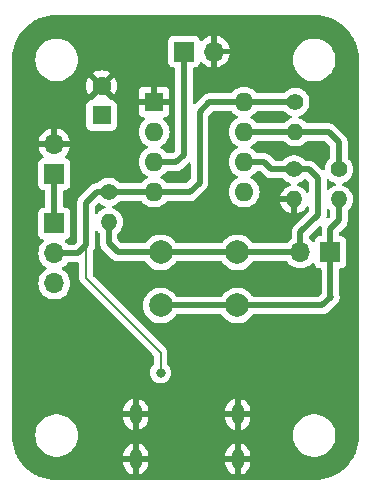
<source format=gbl>
%TF.GenerationSoftware,KiCad,Pcbnew,8.0.4*%
%TF.CreationDate,2024-08-01T01:15:24-04:00*%
%TF.ProjectId,555_toggle-switch_v2,3535355f-746f-4676-976c-652d73776974,rev?*%
%TF.SameCoordinates,Original*%
%TF.FileFunction,Copper,L2,Bot*%
%TF.FilePolarity,Positive*%
%FSLAX46Y46*%
G04 Gerber Fmt 4.6, Leading zero omitted, Abs format (unit mm)*
G04 Created by KiCad (PCBNEW 8.0.4) date 2024-08-01 01:15:24*
%MOMM*%
%LPD*%
G01*
G04 APERTURE LIST*
%TA.AperFunction,ComponentPad*%
%ADD10R,1.600000X1.600000*%
%TD*%
%TA.AperFunction,ComponentPad*%
%ADD11C,1.600000*%
%TD*%
%TA.AperFunction,ComponentPad*%
%ADD12O,1.600000X1.600000*%
%TD*%
%TA.AperFunction,ComponentPad*%
%ADD13C,1.400000*%
%TD*%
%TA.AperFunction,ComponentPad*%
%ADD14O,1.400000X1.400000*%
%TD*%
%TA.AperFunction,ComponentPad*%
%ADD15R,1.700000X1.700000*%
%TD*%
%TA.AperFunction,ComponentPad*%
%ADD16O,1.700000X1.700000*%
%TD*%
%TA.AperFunction,ComponentPad*%
%ADD17O,1.100000X1.700000*%
%TD*%
%TA.AperFunction,ComponentPad*%
%ADD18C,2.000000*%
%TD*%
%TA.AperFunction,ViaPad*%
%ADD19C,0.800000*%
%TD*%
%TA.AperFunction,Conductor*%
%ADD20C,0.500000*%
%TD*%
%TA.AperFunction,Conductor*%
%ADD21C,0.150000*%
%TD*%
G04 APERTURE END LIST*
D10*
%TO.P,C2,1*%
%TO.N,Net-(C2-Pad1)*%
X117400000Y-95105113D03*
D11*
%TO.P,C2,2*%
%TO.N,GND*%
X117400000Y-92605113D03*
%TD*%
D10*
%TO.P,U1,1,GND*%
%TO.N,GND*%
X121850000Y-93980000D03*
D12*
%TO.P,U1,2,TR*%
%TO.N,Net-(U1-THR)*%
X121850000Y-96520000D03*
%TO.P,U1,3,Q*%
%TO.N,Net-(J3-Pin_1)*%
X121850000Y-99060000D03*
%TO.P,U1,4,R*%
%TO.N,VCC*%
X121850000Y-101600000D03*
%TO.P,U1,5,CV*%
%TO.N,unconnected-(U1-CV-Pad5)*%
X129470000Y-101600000D03*
%TO.P,U1,6,THR*%
%TO.N,Net-(U1-THR)*%
X129470000Y-99060000D03*
%TO.P,U1,7,DIS*%
%TO.N,Net-(U1-DIS)*%
X129470000Y-96520000D03*
%TO.P,U1,8,VCC*%
%TO.N,VCC*%
X129470000Y-93980000D03*
%TD*%
D13*
%TO.P,R4,1*%
%TO.N,Net-(U1-DIS)*%
X137500000Y-99680000D03*
D14*
%TO.P,R4,2*%
%TO.N,Net-(C2-Pad1)*%
X137500000Y-102220000D03*
%TD*%
D15*
%TO.P,J1,1,Pin_1*%
%TO.N,/VBAT*%
X113400000Y-100075000D03*
D16*
%TO.P,J1,2,Pin_2*%
%TO.N,GND*%
X113400000Y-97535000D03*
%TD*%
D17*
%TO.P,USB,S1,SHIELD*%
%TO.N,GND*%
X120285000Y-124200000D03*
%TO.P,USB,S2,SHIELD*%
X128925000Y-124200000D03*
%TO.P,USB,S3,SHIELD*%
X120285000Y-120400000D03*
%TO.P,USB,S4,SHIELD*%
X128925000Y-120400000D03*
%TD*%
D15*
%TO.P,SW2,1,A*%
%TO.N,/VBAT*%
X113400000Y-104260000D03*
D16*
%TO.P,SW2,2,B*%
%TO.N,VCC*%
X113400000Y-106800000D03*
%TO.P,SW2,3,C*%
%TO.N,/3V3*%
X113400000Y-109340000D03*
%TD*%
D13*
%TO.P,R1,1*%
%TO.N,Net-(U1-THR)*%
X133700000Y-99680000D03*
D14*
%TO.P,R1,2*%
%TO.N,GND*%
X133700000Y-102220000D03*
%TD*%
D13*
%TO.P,R2,1*%
%TO.N,VCC*%
X133800000Y-93980000D03*
D14*
%TO.P,R2,2*%
%TO.N,Net-(U1-DIS)*%
X133800000Y-96520000D03*
%TD*%
D16*
%TO.P,J3,2,Pin_2*%
%TO.N,GND*%
X126915000Y-89700000D03*
D15*
%TO.P,J3,1,Pin_1*%
%TO.N,Net-(J3-Pin_1)*%
X124375000Y-89700000D03*
%TD*%
%TO.P,SW3,1,1*%
%TO.N,Net-(C2-Pad1)*%
X136775000Y-106700000D03*
D16*
%TO.P,SW3,2,2*%
%TO.N,Net-(U1-THR)*%
X134235000Y-106700000D03*
%TD*%
D13*
%TO.P,R3,1*%
%TO.N,VCC*%
X118000000Y-101600000D03*
D14*
%TO.P,R3,2*%
%TO.N,Net-(U1-THR)*%
X118000000Y-104140000D03*
%TD*%
D18*
%TO.P,SW1,1,1*%
%TO.N,Net-(U1-THR)*%
X122400000Y-106700000D03*
X128900000Y-106700000D03*
%TO.P,SW1,2,2*%
%TO.N,Net-(C2-Pad1)*%
X122400000Y-111200000D03*
X128900000Y-111200000D03*
%TD*%
D19*
%TO.N,VCC*%
X122400000Y-116900000D03*
%TD*%
D20*
%TO.N,Net-(U1-THR)*%
X134235000Y-105015000D02*
X134235000Y-106700000D01*
X135700000Y-100400000D02*
X135700000Y-103550000D01*
X135700000Y-103550000D02*
X134235000Y-105015000D01*
X134980000Y-99680000D02*
X135700000Y-100400000D01*
X133700000Y-99680000D02*
X134980000Y-99680000D01*
%TO.N,VCC*%
X125700000Y-94800000D02*
X126520000Y-93980000D01*
X125700000Y-100800000D02*
X125700000Y-94800000D01*
X126520000Y-93980000D02*
X129470000Y-93980000D01*
X121850000Y-101600000D02*
X124900000Y-101600000D01*
X124900000Y-101600000D02*
X125700000Y-100800000D01*
%TO.N,Net-(J3-Pin_1)*%
X124375000Y-98425000D02*
X123740000Y-99060000D01*
X124375000Y-89700000D02*
X124375000Y-98425000D01*
X123740000Y-99060000D02*
X121850000Y-99060000D01*
%TO.N,VCC*%
X129470000Y-93980000D02*
X133800000Y-93980000D01*
D21*
X122400000Y-115200000D02*
X116100000Y-108900000D01*
X122400000Y-116900000D02*
X122400000Y-115200000D01*
X116100000Y-108900000D02*
X116100000Y-106100000D01*
D20*
%TO.N,Net-(C2-Pad1)*%
X137500000Y-104000000D02*
X137500000Y-102220000D01*
X136775000Y-104725000D02*
X137500000Y-104000000D01*
X136775000Y-106700000D02*
X136775000Y-104725000D01*
X136800000Y-110500000D02*
X136775000Y-110475000D01*
X136100000Y-111200000D02*
X136800000Y-110500000D01*
X128900000Y-111200000D02*
X136100000Y-111200000D01*
X136775000Y-110475000D02*
X136775000Y-106700000D01*
X122400000Y-111200000D02*
X128900000Y-111200000D01*
%TO.N,Net-(U1-DIS)*%
X137500000Y-97400000D02*
X137500000Y-99680000D01*
X136620000Y-96520000D02*
X137500000Y-97400000D01*
X134620000Y-96520000D02*
X136620000Y-96520000D01*
%TO.N,Net-(U1-THR)*%
X131780000Y-99680000D02*
X133700000Y-99680000D01*
X129470000Y-99060000D02*
X131160000Y-99060000D01*
X131160000Y-99060000D02*
X131780000Y-99680000D01*
%TO.N,Net-(U1-DIS)*%
X129470000Y-96520000D02*
X134620000Y-96520000D01*
%TO.N,Net-(U1-THR)*%
X118000000Y-105900000D02*
X118000000Y-104140000D01*
X122400000Y-106700000D02*
X118800000Y-106700000D01*
X118800000Y-106700000D02*
X118000000Y-105900000D01*
X128900000Y-106700000D02*
X125100000Y-106700000D01*
X134235000Y-106700000D02*
X128900000Y-106700000D01*
X125100000Y-106700000D02*
X122400000Y-106700000D01*
%TO.N,VCC*%
X116100000Y-102500000D02*
X117000000Y-101600000D01*
X116100000Y-106100000D02*
X116100000Y-102500000D01*
X115400000Y-106800000D02*
X116100000Y-106100000D01*
X117000000Y-101600000D02*
X118000000Y-101600000D01*
X113400000Y-106800000D02*
X115400000Y-106800000D01*
X121850000Y-101600000D02*
X118000000Y-101600000D01*
%TO.N,/VBAT*%
X113400000Y-100075000D02*
X113400000Y-104260000D01*
%TD*%
%TA.AperFunction,Conductor*%
%TO.N,GND*%
G36*
X128410376Y-94750185D02*
G01*
X128444912Y-94783377D01*
X128469954Y-94819141D01*
X128630858Y-94980045D01*
X128630861Y-94980047D01*
X128817266Y-95110568D01*
X128874357Y-95137190D01*
X128875275Y-95137618D01*
X128927714Y-95183791D01*
X128946866Y-95250984D01*
X128926650Y-95317865D01*
X128875275Y-95362382D01*
X128817267Y-95389431D01*
X128817265Y-95389432D01*
X128630858Y-95519954D01*
X128469954Y-95680858D01*
X128339432Y-95867265D01*
X128339431Y-95867267D01*
X128243261Y-96073502D01*
X128243258Y-96073511D01*
X128184366Y-96293302D01*
X128184364Y-96293313D01*
X128164532Y-96519998D01*
X128164532Y-96520001D01*
X128184364Y-96746686D01*
X128184366Y-96746697D01*
X128243258Y-96966488D01*
X128243261Y-96966497D01*
X128339431Y-97172732D01*
X128339432Y-97172734D01*
X128469954Y-97359141D01*
X128630858Y-97520045D01*
X128630861Y-97520047D01*
X128817266Y-97650568D01*
X128875275Y-97677618D01*
X128927714Y-97723791D01*
X128946866Y-97790984D01*
X128926650Y-97857865D01*
X128875275Y-97902382D01*
X128817267Y-97929431D01*
X128817265Y-97929432D01*
X128630858Y-98059954D01*
X128469954Y-98220858D01*
X128339432Y-98407265D01*
X128339431Y-98407267D01*
X128243261Y-98613502D01*
X128243258Y-98613511D01*
X128184366Y-98833302D01*
X128184364Y-98833313D01*
X128164532Y-99059998D01*
X128164532Y-99060001D01*
X128184364Y-99286686D01*
X128184366Y-99286697D01*
X128243258Y-99506488D01*
X128243261Y-99506497D01*
X128339431Y-99712732D01*
X128339432Y-99712734D01*
X128469954Y-99899141D01*
X128630858Y-100060045D01*
X128630861Y-100060047D01*
X128817266Y-100190568D01*
X128875275Y-100217618D01*
X128927714Y-100263791D01*
X128946866Y-100330984D01*
X128926650Y-100397865D01*
X128875275Y-100442382D01*
X128817267Y-100469431D01*
X128817265Y-100469432D01*
X128630858Y-100599954D01*
X128469954Y-100760858D01*
X128339432Y-100947265D01*
X128339431Y-100947267D01*
X128243261Y-101153502D01*
X128243258Y-101153511D01*
X128184366Y-101373302D01*
X128184364Y-101373313D01*
X128164532Y-101599998D01*
X128164532Y-101600001D01*
X128184364Y-101826686D01*
X128184366Y-101826697D01*
X128243258Y-102046488D01*
X128243261Y-102046497D01*
X128339431Y-102252732D01*
X128339432Y-102252734D01*
X128469954Y-102439141D01*
X128630858Y-102600045D01*
X128630861Y-102600047D01*
X128817266Y-102730568D01*
X129023504Y-102826739D01*
X129243308Y-102885635D01*
X129388001Y-102898294D01*
X129469998Y-102905468D01*
X129470000Y-102905468D01*
X129470002Y-102905468D01*
X129526673Y-102900509D01*
X129696692Y-102885635D01*
X129916496Y-102826739D01*
X130122734Y-102730568D01*
X130309139Y-102600047D01*
X130439186Y-102470000D01*
X132523505Y-102470000D01*
X132576239Y-102655349D01*
X132675368Y-102854425D01*
X132809391Y-103031900D01*
X132973738Y-103181721D01*
X133162820Y-103298797D01*
X133162822Y-103298798D01*
X133370195Y-103379135D01*
X133450000Y-103394052D01*
X133450000Y-102470000D01*
X132523505Y-102470000D01*
X130439186Y-102470000D01*
X130470047Y-102439139D01*
X130600568Y-102252734D01*
X130696739Y-102046496D01*
X130755635Y-101826692D01*
X130775468Y-101600000D01*
X130755635Y-101373308D01*
X130700443Y-101167328D01*
X130696741Y-101153511D01*
X130696738Y-101153502D01*
X130691000Y-101141197D01*
X130600568Y-100947266D01*
X130470047Y-100760861D01*
X130470045Y-100760858D01*
X130309141Y-100599954D01*
X130122734Y-100469432D01*
X130122728Y-100469429D01*
X130064725Y-100442382D01*
X130012285Y-100396210D01*
X129993133Y-100329017D01*
X130013348Y-100262135D01*
X130064725Y-100217618D01*
X130122734Y-100190568D01*
X130309139Y-100060047D01*
X130470047Y-99899139D01*
X130495088Y-99863377D01*
X130549665Y-99819752D01*
X130596663Y-99810500D01*
X130797770Y-99810500D01*
X130864809Y-99830185D01*
X130885451Y-99846819D01*
X131301580Y-100262948D01*
X131301584Y-100262951D01*
X131424498Y-100345080D01*
X131424511Y-100345087D01*
X131492530Y-100373261D01*
X131561087Y-100401658D01*
X131561091Y-100401658D01*
X131561092Y-100401659D01*
X131706079Y-100430500D01*
X131706082Y-100430500D01*
X131853917Y-100430500D01*
X132700653Y-100430500D01*
X132767692Y-100450185D01*
X132799606Y-100479771D01*
X132809021Y-100492239D01*
X132973437Y-100642123D01*
X132973439Y-100642125D01*
X133162595Y-100759245D01*
X133162596Y-100759245D01*
X133162599Y-100759247D01*
X133357215Y-100834642D01*
X133412614Y-100877213D01*
X133436205Y-100942980D01*
X133420494Y-101011060D01*
X133370470Y-101059839D01*
X133357213Y-101065893D01*
X133162831Y-101141197D01*
X133162820Y-101141202D01*
X132973738Y-101258278D01*
X132809391Y-101408099D01*
X132675368Y-101585574D01*
X132576239Y-101784650D01*
X132523505Y-101970000D01*
X133455025Y-101970000D01*
X133419930Y-102005095D01*
X133373852Y-102084905D01*
X133350000Y-102173922D01*
X133350000Y-102266078D01*
X133373852Y-102355095D01*
X133419930Y-102434905D01*
X133485095Y-102500070D01*
X133564905Y-102546148D01*
X133653922Y-102570000D01*
X133746078Y-102570000D01*
X133835095Y-102546148D01*
X133914905Y-102500070D01*
X133950000Y-102464975D01*
X133950000Y-103394052D01*
X134029804Y-103379135D01*
X134237177Y-103298798D01*
X134237179Y-103298797D01*
X134426261Y-103181721D01*
X134590608Y-103031900D01*
X134726546Y-102851890D01*
X134782655Y-102810254D01*
X134852367Y-102805563D01*
X134913549Y-102839305D01*
X134946776Y-102900768D01*
X134949500Y-102926617D01*
X134949500Y-103187769D01*
X134929815Y-103254808D01*
X134913181Y-103275450D01*
X133652050Y-104536580D01*
X133652044Y-104536588D01*
X133602812Y-104610268D01*
X133602813Y-104610269D01*
X133569921Y-104659496D01*
X133569914Y-104659508D01*
X133513342Y-104796086D01*
X133513340Y-104796092D01*
X133484500Y-104941079D01*
X133484500Y-105512298D01*
X133464815Y-105579337D01*
X133431625Y-105613872D01*
X133363595Y-105661507D01*
X133196505Y-105828597D01*
X133148874Y-105896623D01*
X133094297Y-105940248D01*
X133047299Y-105949500D01*
X130269136Y-105949500D01*
X130202097Y-105929815D01*
X130165327Y-105893322D01*
X130123040Y-105828597D01*
X130088164Y-105775215D01*
X129919744Y-105592262D01*
X129723509Y-105439526D01*
X129723507Y-105439525D01*
X129723506Y-105439524D01*
X129504811Y-105321172D01*
X129504802Y-105321169D01*
X129269616Y-105240429D01*
X129024335Y-105199500D01*
X128775665Y-105199500D01*
X128530383Y-105240429D01*
X128295197Y-105321169D01*
X128295188Y-105321172D01*
X128076493Y-105439524D01*
X127896862Y-105579337D01*
X127880256Y-105592262D01*
X127711836Y-105775215D01*
X127691284Y-105806673D01*
X127634673Y-105893322D01*
X127581526Y-105938678D01*
X127530864Y-105949500D01*
X123769136Y-105949500D01*
X123702097Y-105929815D01*
X123665327Y-105893322D01*
X123623040Y-105828597D01*
X123588164Y-105775215D01*
X123419744Y-105592262D01*
X123223509Y-105439526D01*
X123223507Y-105439525D01*
X123223506Y-105439524D01*
X123004811Y-105321172D01*
X123004802Y-105321169D01*
X122769616Y-105240429D01*
X122524335Y-105199500D01*
X122275665Y-105199500D01*
X122030383Y-105240429D01*
X121795197Y-105321169D01*
X121795188Y-105321172D01*
X121576493Y-105439524D01*
X121396862Y-105579337D01*
X121380256Y-105592262D01*
X121211836Y-105775215D01*
X121191284Y-105806673D01*
X121134673Y-105893322D01*
X121081526Y-105938678D01*
X121030864Y-105949500D01*
X119162230Y-105949500D01*
X119095191Y-105929815D01*
X119074549Y-105913181D01*
X118786819Y-105625451D01*
X118753334Y-105564128D01*
X118750500Y-105537770D01*
X118750500Y-105135052D01*
X118770185Y-105068013D01*
X118790957Y-105043418D01*
X118890981Y-104952236D01*
X119025058Y-104774689D01*
X119124229Y-104575528D01*
X119185115Y-104361536D01*
X119205643Y-104140000D01*
X119185115Y-103918464D01*
X119124229Y-103704472D01*
X119091015Y-103637769D01*
X119025061Y-103505316D01*
X119025056Y-103505308D01*
X118890979Y-103327761D01*
X118726562Y-103177876D01*
X118726560Y-103177874D01*
X118537404Y-103060754D01*
X118537395Y-103060750D01*
X118443956Y-103024552D01*
X118343475Y-102985625D01*
X118288075Y-102943054D01*
X118264484Y-102877288D01*
X118280195Y-102809207D01*
X118330219Y-102760428D01*
X118343466Y-102754377D01*
X118537401Y-102679247D01*
X118726562Y-102562124D01*
X118858839Y-102441537D01*
X118890978Y-102412239D01*
X118890978Y-102412238D01*
X118890981Y-102412236D01*
X118900394Y-102399770D01*
X118956504Y-102358136D01*
X118999347Y-102350500D01*
X120723337Y-102350500D01*
X120790376Y-102370185D01*
X120824912Y-102403377D01*
X120849954Y-102439141D01*
X121010858Y-102600045D01*
X121010861Y-102600047D01*
X121197266Y-102730568D01*
X121403504Y-102826739D01*
X121623308Y-102885635D01*
X121768001Y-102898294D01*
X121849998Y-102905468D01*
X121850000Y-102905468D01*
X121850002Y-102905468D01*
X121906673Y-102900509D01*
X122076692Y-102885635D01*
X122296496Y-102826739D01*
X122502734Y-102730568D01*
X122689139Y-102600047D01*
X122850047Y-102439139D01*
X122864232Y-102418880D01*
X122875088Y-102403377D01*
X122929665Y-102359752D01*
X122976663Y-102350500D01*
X124973920Y-102350500D01*
X125071462Y-102331096D01*
X125118913Y-102321658D01*
X125255495Y-102265084D01*
X125322968Y-102220000D01*
X125378416Y-102182952D01*
X126282952Y-101278416D01*
X126337260Y-101197137D01*
X126365084Y-101155495D01*
X126421658Y-101018913D01*
X126436762Y-100942980D01*
X126450500Y-100873920D01*
X126450500Y-95162229D01*
X126470185Y-95095190D01*
X126486819Y-95074548D01*
X126794548Y-94766819D01*
X126855871Y-94733334D01*
X126882229Y-94730500D01*
X128343337Y-94730500D01*
X128410376Y-94750185D01*
G37*
%TD.AperFunction*%
%TA.AperFunction,Conductor*%
G36*
X135403032Y-86600649D02*
G01*
X135467797Y-86603830D01*
X135766338Y-86618497D01*
X135778440Y-86619689D01*
X136135230Y-86672613D01*
X136147140Y-86674982D01*
X136497046Y-86762629D01*
X136508663Y-86766154D01*
X136848275Y-86887669D01*
X136859497Y-86892317D01*
X137185582Y-87046543D01*
X137196290Y-87052267D01*
X137384308Y-87164961D01*
X137505659Y-87237696D01*
X137515777Y-87244456D01*
X137805488Y-87459321D01*
X137814894Y-87467041D01*
X138082146Y-87709264D01*
X138090735Y-87717853D01*
X138294324Y-87942479D01*
X138332958Y-87985105D01*
X138340678Y-87994511D01*
X138555543Y-88284222D01*
X138562303Y-88294340D01*
X138747725Y-88603697D01*
X138753460Y-88614425D01*
X138812662Y-88739598D01*
X138907679Y-88940495D01*
X138912334Y-88951734D01*
X139013357Y-89234075D01*
X139033840Y-89291319D01*
X139037373Y-89302964D01*
X139125014Y-89652846D01*
X139127388Y-89664782D01*
X139180309Y-90021555D01*
X139181502Y-90033664D01*
X139199351Y-90396967D01*
X139199500Y-90403052D01*
X139199500Y-122196947D01*
X139199351Y-122203032D01*
X139181502Y-122566335D01*
X139180309Y-122578444D01*
X139127388Y-122935217D01*
X139125014Y-122947153D01*
X139037373Y-123297035D01*
X139033840Y-123308680D01*
X138912335Y-123648262D01*
X138907679Y-123659504D01*
X138753462Y-123985570D01*
X138747725Y-123996302D01*
X138562303Y-124305659D01*
X138555543Y-124315777D01*
X138340678Y-124605488D01*
X138332958Y-124614894D01*
X138090743Y-124882138D01*
X138082138Y-124890743D01*
X137814894Y-125132958D01*
X137805488Y-125140678D01*
X137515777Y-125355543D01*
X137505659Y-125362303D01*
X137196302Y-125547725D01*
X137185570Y-125553462D01*
X136859504Y-125707679D01*
X136848262Y-125712335D01*
X136508680Y-125833840D01*
X136497035Y-125837373D01*
X136147153Y-125925014D01*
X136135217Y-125927388D01*
X135778444Y-125980309D01*
X135766335Y-125981502D01*
X135403033Y-125999351D01*
X135396948Y-125999500D01*
X113603052Y-125999500D01*
X113596967Y-125999351D01*
X113233664Y-125981502D01*
X113221555Y-125980309D01*
X112864782Y-125927388D01*
X112852846Y-125925014D01*
X112502964Y-125837373D01*
X112491323Y-125833841D01*
X112151734Y-125712334D01*
X112140495Y-125707679D01*
X111814429Y-125553462D01*
X111803702Y-125547727D01*
X111494340Y-125362303D01*
X111484222Y-125355543D01*
X111194511Y-125140678D01*
X111185105Y-125132958D01*
X111035493Y-124997358D01*
X110917853Y-124890735D01*
X110909264Y-124882146D01*
X110676622Y-124625465D01*
X110667041Y-124614894D01*
X110659321Y-124605488D01*
X110444456Y-124315777D01*
X110437696Y-124305659D01*
X110252267Y-123996290D01*
X110246543Y-123985582D01*
X110092317Y-123659497D01*
X110087669Y-123648275D01*
X109966154Y-123308663D01*
X109962629Y-123297046D01*
X109874982Y-122947140D01*
X109872613Y-122935230D01*
X109819689Y-122578440D01*
X109818497Y-122566334D01*
X109800649Y-122203031D01*
X109800575Y-122199995D01*
X111794451Y-122199995D01*
X111794451Y-122200004D01*
X111814616Y-122469101D01*
X111874664Y-122732188D01*
X111874666Y-122732195D01*
X111936737Y-122890349D01*
X111973257Y-122983398D01*
X112108185Y-123217102D01*
X112231405Y-123371614D01*
X112276442Y-123428089D01*
X112415027Y-123556676D01*
X112474259Y-123611635D01*
X112697226Y-123763651D01*
X112940359Y-123880738D01*
X113198228Y-123960280D01*
X113198229Y-123960280D01*
X113198232Y-123960281D01*
X113465063Y-124000499D01*
X113465068Y-124000499D01*
X113465071Y-124000500D01*
X113465072Y-124000500D01*
X113734928Y-124000500D01*
X113734929Y-124000500D01*
X113762781Y-123996302D01*
X114001767Y-123960281D01*
X114001768Y-123960280D01*
X114001772Y-123960280D01*
X114259641Y-123880738D01*
X114434399Y-123796579D01*
X119235000Y-123796579D01*
X119235000Y-123950000D01*
X119985000Y-123950000D01*
X119985000Y-124450000D01*
X119235000Y-124450000D01*
X119235000Y-124603420D01*
X119275348Y-124806266D01*
X119275350Y-124806274D01*
X119354500Y-124997358D01*
X119354505Y-124997368D01*
X119469410Y-125169335D01*
X119469413Y-125169339D01*
X119615660Y-125315586D01*
X119615664Y-125315589D01*
X119787631Y-125430494D01*
X119787641Y-125430499D01*
X119978723Y-125509648D01*
X119978725Y-125509649D01*
X120035000Y-125520842D01*
X120035000Y-124666988D01*
X120044940Y-124684205D01*
X120100795Y-124740060D01*
X120169204Y-124779556D01*
X120245504Y-124800000D01*
X120324496Y-124800000D01*
X120400796Y-124779556D01*
X120469205Y-124740060D01*
X120525060Y-124684205D01*
X120535000Y-124666988D01*
X120535000Y-125520842D01*
X120591274Y-125509649D01*
X120591276Y-125509648D01*
X120782358Y-125430499D01*
X120782368Y-125430494D01*
X120954335Y-125315589D01*
X120954339Y-125315586D01*
X121100586Y-125169339D01*
X121100589Y-125169335D01*
X121215494Y-124997368D01*
X121215499Y-124997358D01*
X121294649Y-124806274D01*
X121294651Y-124806266D01*
X121334999Y-124603420D01*
X121335000Y-124603417D01*
X121335000Y-124450000D01*
X120585000Y-124450000D01*
X120585000Y-123950000D01*
X121335000Y-123950000D01*
X121335000Y-123796583D01*
X121334999Y-123796579D01*
X127875000Y-123796579D01*
X127875000Y-123950000D01*
X128625000Y-123950000D01*
X128625000Y-124450000D01*
X127875000Y-124450000D01*
X127875000Y-124603420D01*
X127915348Y-124806266D01*
X127915350Y-124806274D01*
X127994500Y-124997358D01*
X127994505Y-124997368D01*
X128109410Y-125169335D01*
X128109413Y-125169339D01*
X128255660Y-125315586D01*
X128255664Y-125315589D01*
X128427631Y-125430494D01*
X128427641Y-125430499D01*
X128618723Y-125509648D01*
X128618725Y-125509649D01*
X128675000Y-125520842D01*
X128675000Y-124666988D01*
X128684940Y-124684205D01*
X128740795Y-124740060D01*
X128809204Y-124779556D01*
X128885504Y-124800000D01*
X128964496Y-124800000D01*
X129040796Y-124779556D01*
X129109205Y-124740060D01*
X129165060Y-124684205D01*
X129175000Y-124666988D01*
X129175000Y-125520842D01*
X129231274Y-125509649D01*
X129231276Y-125509648D01*
X129422358Y-125430499D01*
X129422368Y-125430494D01*
X129594335Y-125315589D01*
X129594339Y-125315586D01*
X129740586Y-125169339D01*
X129740589Y-125169335D01*
X129855494Y-124997368D01*
X129855499Y-124997358D01*
X129934649Y-124806274D01*
X129934651Y-124806266D01*
X129974999Y-124603420D01*
X129975000Y-124603417D01*
X129975000Y-124450000D01*
X129225000Y-124450000D01*
X129225000Y-123950000D01*
X129975000Y-123950000D01*
X129975000Y-123796583D01*
X129974999Y-123796579D01*
X129934651Y-123593733D01*
X129934649Y-123593725D01*
X129855499Y-123402641D01*
X129855494Y-123402631D01*
X129740589Y-123230664D01*
X129740586Y-123230660D01*
X129594339Y-123084413D01*
X129594335Y-123084410D01*
X129422368Y-122969505D01*
X129422358Y-122969500D01*
X129231272Y-122890349D01*
X129231267Y-122890347D01*
X129175000Y-122879155D01*
X129175000Y-123733011D01*
X129165060Y-123715795D01*
X129109205Y-123659940D01*
X129040796Y-123620444D01*
X128964496Y-123600000D01*
X128885504Y-123600000D01*
X128809204Y-123620444D01*
X128740795Y-123659940D01*
X128684940Y-123715795D01*
X128675000Y-123733011D01*
X128675000Y-122879156D01*
X128674999Y-122879155D01*
X128618732Y-122890347D01*
X128618727Y-122890349D01*
X128427641Y-122969500D01*
X128427631Y-122969505D01*
X128255664Y-123084410D01*
X128255660Y-123084413D01*
X128109413Y-123230660D01*
X128109410Y-123230664D01*
X127994505Y-123402631D01*
X127994500Y-123402641D01*
X127915350Y-123593725D01*
X127915348Y-123593733D01*
X127875000Y-123796579D01*
X121334999Y-123796579D01*
X121294651Y-123593733D01*
X121294649Y-123593725D01*
X121215499Y-123402641D01*
X121215494Y-123402631D01*
X121100589Y-123230664D01*
X121100586Y-123230660D01*
X120954339Y-123084413D01*
X120954335Y-123084410D01*
X120782368Y-122969505D01*
X120782358Y-122969500D01*
X120591272Y-122890349D01*
X120591267Y-122890347D01*
X120535000Y-122879155D01*
X120535000Y-123733011D01*
X120525060Y-123715795D01*
X120469205Y-123659940D01*
X120400796Y-123620444D01*
X120324496Y-123600000D01*
X120245504Y-123600000D01*
X120169204Y-123620444D01*
X120100795Y-123659940D01*
X120044940Y-123715795D01*
X120035000Y-123733011D01*
X120035000Y-122879156D01*
X120034999Y-122879155D01*
X119978732Y-122890347D01*
X119978727Y-122890349D01*
X119787641Y-122969500D01*
X119787631Y-122969505D01*
X119615664Y-123084410D01*
X119615660Y-123084413D01*
X119469413Y-123230660D01*
X119469410Y-123230664D01*
X119354505Y-123402631D01*
X119354500Y-123402641D01*
X119275350Y-123593725D01*
X119275348Y-123593733D01*
X119235000Y-123796579D01*
X114434399Y-123796579D01*
X114502775Y-123763651D01*
X114725741Y-123611635D01*
X114923561Y-123428085D01*
X115091815Y-123217102D01*
X115226743Y-122983398D01*
X115325334Y-122732195D01*
X115385383Y-122469103D01*
X115405549Y-122200000D01*
X115405549Y-122199995D01*
X133594451Y-122199995D01*
X133594451Y-122200004D01*
X133614616Y-122469101D01*
X133674664Y-122732188D01*
X133674666Y-122732195D01*
X133736737Y-122890349D01*
X133773257Y-122983398D01*
X133908185Y-123217102D01*
X134031405Y-123371614D01*
X134076442Y-123428089D01*
X134215027Y-123556676D01*
X134274259Y-123611635D01*
X134497226Y-123763651D01*
X134740359Y-123880738D01*
X134998228Y-123960280D01*
X134998229Y-123960280D01*
X134998232Y-123960281D01*
X135265063Y-124000499D01*
X135265068Y-124000499D01*
X135265071Y-124000500D01*
X135265072Y-124000500D01*
X135534928Y-124000500D01*
X135534929Y-124000500D01*
X135562781Y-123996302D01*
X135801767Y-123960281D01*
X135801768Y-123960280D01*
X135801772Y-123960280D01*
X136059641Y-123880738D01*
X136302775Y-123763651D01*
X136525741Y-123611635D01*
X136723561Y-123428085D01*
X136891815Y-123217102D01*
X137026743Y-122983398D01*
X137125334Y-122732195D01*
X137185383Y-122469103D01*
X137205549Y-122200000D01*
X137205320Y-122196947D01*
X137185383Y-121930898D01*
X137137439Y-121720842D01*
X137125334Y-121667805D01*
X137026743Y-121416602D01*
X136891815Y-121182898D01*
X136723561Y-120971915D01*
X136723560Y-120971914D01*
X136723557Y-120971910D01*
X136525741Y-120788365D01*
X136302775Y-120636349D01*
X136302769Y-120636346D01*
X136302768Y-120636345D01*
X136302767Y-120636344D01*
X136059643Y-120519263D01*
X136059645Y-120519263D01*
X135801773Y-120439720D01*
X135801767Y-120439718D01*
X135534936Y-120399500D01*
X135534929Y-120399500D01*
X135265071Y-120399500D01*
X135265063Y-120399500D01*
X134998232Y-120439718D01*
X134998226Y-120439720D01*
X134740358Y-120519262D01*
X134497230Y-120636346D01*
X134274258Y-120788365D01*
X134076442Y-120971910D01*
X133908185Y-121182898D01*
X133773258Y-121416599D01*
X133773256Y-121416603D01*
X133674666Y-121667804D01*
X133674664Y-121667811D01*
X133614616Y-121930898D01*
X133594451Y-122199995D01*
X115405549Y-122199995D01*
X115405320Y-122196947D01*
X115385383Y-121930898D01*
X115337439Y-121720842D01*
X115325334Y-121667805D01*
X115226743Y-121416602D01*
X115091815Y-121182898D01*
X114923561Y-120971915D01*
X114923560Y-120971914D01*
X114923557Y-120971910D01*
X114725741Y-120788365D01*
X114502775Y-120636349D01*
X114502769Y-120636346D01*
X114502768Y-120636345D01*
X114502767Y-120636344D01*
X114259643Y-120519263D01*
X114259645Y-120519263D01*
X114001773Y-120439720D01*
X114001767Y-120439718D01*
X113734936Y-120399500D01*
X113734929Y-120399500D01*
X113465071Y-120399500D01*
X113465063Y-120399500D01*
X113198232Y-120439718D01*
X113198226Y-120439720D01*
X112940358Y-120519262D01*
X112697230Y-120636346D01*
X112474258Y-120788365D01*
X112276442Y-120971910D01*
X112108185Y-121182898D01*
X111973258Y-121416599D01*
X111973256Y-121416603D01*
X111874666Y-121667804D01*
X111874664Y-121667811D01*
X111814616Y-121930898D01*
X111794451Y-122199995D01*
X109800575Y-122199995D01*
X109800500Y-122196947D01*
X109800500Y-119996579D01*
X119235000Y-119996579D01*
X119235000Y-120150000D01*
X119985000Y-120150000D01*
X119985000Y-120650000D01*
X119235000Y-120650000D01*
X119235000Y-120803420D01*
X119275348Y-121006266D01*
X119275350Y-121006274D01*
X119354500Y-121197358D01*
X119354505Y-121197368D01*
X119469410Y-121369335D01*
X119469413Y-121369339D01*
X119615660Y-121515586D01*
X119615664Y-121515589D01*
X119787631Y-121630494D01*
X119787641Y-121630499D01*
X119978723Y-121709648D01*
X119978725Y-121709649D01*
X120035000Y-121720842D01*
X120035000Y-120866988D01*
X120044940Y-120884205D01*
X120100795Y-120940060D01*
X120169204Y-120979556D01*
X120245504Y-121000000D01*
X120324496Y-121000000D01*
X120400796Y-120979556D01*
X120469205Y-120940060D01*
X120525060Y-120884205D01*
X120535000Y-120866988D01*
X120535000Y-121720842D01*
X120591274Y-121709649D01*
X120591276Y-121709648D01*
X120782358Y-121630499D01*
X120782368Y-121630494D01*
X120954335Y-121515589D01*
X120954339Y-121515586D01*
X121100586Y-121369339D01*
X121100589Y-121369335D01*
X121215494Y-121197368D01*
X121215499Y-121197358D01*
X121294649Y-121006274D01*
X121294651Y-121006266D01*
X121334999Y-120803420D01*
X121335000Y-120803417D01*
X121335000Y-120650000D01*
X120585000Y-120650000D01*
X120585000Y-120150000D01*
X121335000Y-120150000D01*
X121335000Y-119996583D01*
X121334999Y-119996579D01*
X127875000Y-119996579D01*
X127875000Y-120150000D01*
X128625000Y-120150000D01*
X128625000Y-120650000D01*
X127875000Y-120650000D01*
X127875000Y-120803420D01*
X127915348Y-121006266D01*
X127915350Y-121006274D01*
X127994500Y-121197358D01*
X127994505Y-121197368D01*
X128109410Y-121369335D01*
X128109413Y-121369339D01*
X128255660Y-121515586D01*
X128255664Y-121515589D01*
X128427631Y-121630494D01*
X128427641Y-121630499D01*
X128618723Y-121709648D01*
X128618725Y-121709649D01*
X128675000Y-121720842D01*
X128675000Y-120866988D01*
X128684940Y-120884205D01*
X128740795Y-120940060D01*
X128809204Y-120979556D01*
X128885504Y-121000000D01*
X128964496Y-121000000D01*
X129040796Y-120979556D01*
X129109205Y-120940060D01*
X129165060Y-120884205D01*
X129175000Y-120866988D01*
X129175000Y-121720842D01*
X129231274Y-121709649D01*
X129231276Y-121709648D01*
X129422358Y-121630499D01*
X129422368Y-121630494D01*
X129594335Y-121515589D01*
X129594339Y-121515586D01*
X129740586Y-121369339D01*
X129740589Y-121369335D01*
X129855494Y-121197368D01*
X129855499Y-121197358D01*
X129934649Y-121006274D01*
X129934651Y-121006266D01*
X129974999Y-120803420D01*
X129975000Y-120803417D01*
X129975000Y-120650000D01*
X129225000Y-120650000D01*
X129225000Y-120150000D01*
X129975000Y-120150000D01*
X129975000Y-119996583D01*
X129974999Y-119996579D01*
X129934651Y-119793733D01*
X129934649Y-119793725D01*
X129855499Y-119602641D01*
X129855494Y-119602631D01*
X129740589Y-119430664D01*
X129740586Y-119430660D01*
X129594339Y-119284413D01*
X129594335Y-119284410D01*
X129422368Y-119169505D01*
X129422358Y-119169500D01*
X129231272Y-119090349D01*
X129231267Y-119090347D01*
X129175000Y-119079155D01*
X129175000Y-119933011D01*
X129165060Y-119915795D01*
X129109205Y-119859940D01*
X129040796Y-119820444D01*
X128964496Y-119800000D01*
X128885504Y-119800000D01*
X128809204Y-119820444D01*
X128740795Y-119859940D01*
X128684940Y-119915795D01*
X128675000Y-119933011D01*
X128675000Y-119079156D01*
X128674999Y-119079155D01*
X128618732Y-119090347D01*
X128618727Y-119090349D01*
X128427641Y-119169500D01*
X128427631Y-119169505D01*
X128255664Y-119284410D01*
X128255660Y-119284413D01*
X128109413Y-119430660D01*
X128109410Y-119430664D01*
X127994505Y-119602631D01*
X127994500Y-119602641D01*
X127915350Y-119793725D01*
X127915348Y-119793733D01*
X127875000Y-119996579D01*
X121334999Y-119996579D01*
X121294651Y-119793733D01*
X121294649Y-119793725D01*
X121215499Y-119602641D01*
X121215494Y-119602631D01*
X121100589Y-119430664D01*
X121100586Y-119430660D01*
X120954339Y-119284413D01*
X120954335Y-119284410D01*
X120782368Y-119169505D01*
X120782358Y-119169500D01*
X120591272Y-119090349D01*
X120591267Y-119090347D01*
X120535000Y-119079155D01*
X120535000Y-119933011D01*
X120525060Y-119915795D01*
X120469205Y-119859940D01*
X120400796Y-119820444D01*
X120324496Y-119800000D01*
X120245504Y-119800000D01*
X120169204Y-119820444D01*
X120100795Y-119859940D01*
X120044940Y-119915795D01*
X120035000Y-119933011D01*
X120035000Y-119079156D01*
X120034999Y-119079155D01*
X119978732Y-119090347D01*
X119978727Y-119090349D01*
X119787641Y-119169500D01*
X119787631Y-119169505D01*
X119615664Y-119284410D01*
X119615660Y-119284413D01*
X119469413Y-119430660D01*
X119469410Y-119430664D01*
X119354505Y-119602631D01*
X119354500Y-119602641D01*
X119275350Y-119793725D01*
X119275348Y-119793733D01*
X119235000Y-119996579D01*
X109800500Y-119996579D01*
X109800500Y-106799999D01*
X112044341Y-106799999D01*
X112044341Y-106800000D01*
X112064936Y-107035403D01*
X112064938Y-107035413D01*
X112126094Y-107263655D01*
X112126096Y-107263659D01*
X112126097Y-107263663D01*
X112199772Y-107421659D01*
X112225965Y-107477830D01*
X112225967Y-107477834D01*
X112361501Y-107671395D01*
X112361506Y-107671402D01*
X112528597Y-107838493D01*
X112528603Y-107838498D01*
X112714158Y-107968425D01*
X112757783Y-108023002D01*
X112764977Y-108092500D01*
X112733454Y-108154855D01*
X112714158Y-108171575D01*
X112528597Y-108301505D01*
X112361505Y-108468597D01*
X112225965Y-108662169D01*
X112225964Y-108662171D01*
X112126098Y-108876335D01*
X112126094Y-108876344D01*
X112064938Y-109104586D01*
X112064936Y-109104596D01*
X112044341Y-109339999D01*
X112044341Y-109340000D01*
X112064936Y-109575403D01*
X112064938Y-109575413D01*
X112126094Y-109803655D01*
X112126096Y-109803659D01*
X112126097Y-109803663D01*
X112134262Y-109821172D01*
X112225965Y-110017830D01*
X112225967Y-110017834D01*
X112327453Y-110162770D01*
X112361505Y-110211401D01*
X112528599Y-110378495D01*
X112614549Y-110438678D01*
X112722165Y-110514032D01*
X112722167Y-110514033D01*
X112722170Y-110514035D01*
X112936337Y-110613903D01*
X113164592Y-110675063D01*
X113352918Y-110691539D01*
X113399999Y-110695659D01*
X113400000Y-110695659D01*
X113400001Y-110695659D01*
X113439234Y-110692226D01*
X113635408Y-110675063D01*
X113863663Y-110613903D01*
X114077830Y-110514035D01*
X114271401Y-110378495D01*
X114438495Y-110211401D01*
X114574035Y-110017830D01*
X114673903Y-109803663D01*
X114735063Y-109575408D01*
X114755659Y-109340000D01*
X114735063Y-109104592D01*
X114673903Y-108876337D01*
X114574035Y-108662171D01*
X114573650Y-108661620D01*
X114438494Y-108468597D01*
X114271402Y-108301506D01*
X114271396Y-108301501D01*
X114085842Y-108171575D01*
X114042217Y-108116998D01*
X114035023Y-108047500D01*
X114066546Y-107985145D01*
X114085842Y-107968425D01*
X114108026Y-107952891D01*
X114271401Y-107838495D01*
X114438495Y-107671401D01*
X114486127Y-107603376D01*
X114540704Y-107559751D01*
X114587701Y-107550500D01*
X115400500Y-107550500D01*
X115467539Y-107570185D01*
X115513294Y-107622989D01*
X115524500Y-107674500D01*
X115524500Y-108975765D01*
X115563719Y-109122136D01*
X115601602Y-109187750D01*
X115639485Y-109253365D01*
X115639487Y-109253367D01*
X121788181Y-115402061D01*
X121821666Y-115463384D01*
X121824500Y-115489742D01*
X121824500Y-116145781D01*
X121804815Y-116212820D01*
X121792650Y-116228753D01*
X121667466Y-116367784D01*
X121572821Y-116531715D01*
X121572818Y-116531722D01*
X121514327Y-116711740D01*
X121514326Y-116711744D01*
X121494540Y-116900000D01*
X121514326Y-117088256D01*
X121514327Y-117088259D01*
X121572818Y-117268277D01*
X121572821Y-117268284D01*
X121667467Y-117432216D01*
X121794129Y-117572888D01*
X121947265Y-117684148D01*
X121947270Y-117684151D01*
X122120192Y-117761142D01*
X122120197Y-117761144D01*
X122305354Y-117800500D01*
X122305355Y-117800500D01*
X122494644Y-117800500D01*
X122494646Y-117800500D01*
X122679803Y-117761144D01*
X122852730Y-117684151D01*
X123005871Y-117572888D01*
X123132533Y-117432216D01*
X123227179Y-117268284D01*
X123285674Y-117088256D01*
X123305460Y-116900000D01*
X123285674Y-116711744D01*
X123227179Y-116531716D01*
X123132533Y-116367784D01*
X123007350Y-116228753D01*
X122977120Y-116165761D01*
X122975500Y-116145781D01*
X122975500Y-115124236D01*
X122975500Y-115124234D01*
X122936281Y-114977865D01*
X122860515Y-114846635D01*
X122753365Y-114739485D01*
X116711819Y-108697939D01*
X116678334Y-108636616D01*
X116675500Y-108610258D01*
X116675500Y-106627182D01*
X116695185Y-106560143D01*
X116696398Y-106558291D01*
X116765080Y-106455501D01*
X116765080Y-106455500D01*
X116765084Y-106455495D01*
X116821658Y-106318913D01*
X116850500Y-106173918D01*
X116850500Y-104979867D01*
X116870185Y-104912828D01*
X116922989Y-104867073D01*
X116992147Y-104857129D01*
X117055703Y-104886154D01*
X117073453Y-104905139D01*
X117109019Y-104952236D01*
X117209039Y-105043416D01*
X117245319Y-105103126D01*
X117249500Y-105135052D01*
X117249500Y-105973918D01*
X117249500Y-105973920D01*
X117249499Y-105973920D01*
X117278340Y-106118907D01*
X117278343Y-106118917D01*
X117334914Y-106255492D01*
X117367812Y-106304727D01*
X117367813Y-106304730D01*
X117417046Y-106378414D01*
X117417052Y-106378421D01*
X118321584Y-107282952D01*
X118321586Y-107282954D01*
X118351058Y-107302645D01*
X118395270Y-107332186D01*
X118444505Y-107365084D01*
X118444506Y-107365084D01*
X118444507Y-107365085D01*
X118444509Y-107365086D01*
X118581082Y-107421656D01*
X118581087Y-107421658D01*
X118581091Y-107421658D01*
X118581092Y-107421659D01*
X118726079Y-107450500D01*
X118726082Y-107450500D01*
X118726083Y-107450500D01*
X118873918Y-107450500D01*
X121030864Y-107450500D01*
X121097903Y-107470185D01*
X121134672Y-107506677D01*
X121211836Y-107624785D01*
X121380256Y-107807738D01*
X121576491Y-107960474D01*
X121795190Y-108078828D01*
X122030386Y-108159571D01*
X122275665Y-108200500D01*
X122524335Y-108200500D01*
X122769614Y-108159571D01*
X123004810Y-108078828D01*
X123223509Y-107960474D01*
X123419744Y-107807738D01*
X123588164Y-107624785D01*
X123665327Y-107506677D01*
X123718474Y-107461322D01*
X123769136Y-107450500D01*
X125026082Y-107450500D01*
X127530864Y-107450500D01*
X127597903Y-107470185D01*
X127634672Y-107506677D01*
X127711836Y-107624785D01*
X127880256Y-107807738D01*
X128076491Y-107960474D01*
X128295190Y-108078828D01*
X128530386Y-108159571D01*
X128775665Y-108200500D01*
X129024335Y-108200500D01*
X129269614Y-108159571D01*
X129504810Y-108078828D01*
X129723509Y-107960474D01*
X129919744Y-107807738D01*
X130088164Y-107624785D01*
X130165327Y-107506677D01*
X130218474Y-107461322D01*
X130269136Y-107450500D01*
X133047299Y-107450500D01*
X133114338Y-107470185D01*
X133148873Y-107503376D01*
X133196505Y-107571401D01*
X133363599Y-107738495D01*
X133460384Y-107806265D01*
X133557165Y-107874032D01*
X133557167Y-107874033D01*
X133557170Y-107874035D01*
X133771337Y-107973903D01*
X133771343Y-107973904D01*
X133771344Y-107973905D01*
X133813293Y-107985145D01*
X133999592Y-108035063D01*
X134176034Y-108050500D01*
X134234999Y-108055659D01*
X134235000Y-108055659D01*
X134235001Y-108055659D01*
X134293966Y-108050500D01*
X134470408Y-108035063D01*
X134698663Y-107973903D01*
X134912830Y-107874035D01*
X135106401Y-107738495D01*
X135228329Y-107616566D01*
X135289648Y-107583084D01*
X135359340Y-107588068D01*
X135415274Y-107629939D01*
X135432189Y-107660917D01*
X135481202Y-107792328D01*
X135481206Y-107792335D01*
X135567452Y-107907544D01*
X135567455Y-107907547D01*
X135682664Y-107993793D01*
X135682671Y-107993797D01*
X135727618Y-108010561D01*
X135817517Y-108044091D01*
X135877127Y-108050500D01*
X135900497Y-108050499D01*
X135967536Y-108070181D01*
X136013292Y-108122983D01*
X136024500Y-108174499D01*
X136024500Y-110162770D01*
X136004815Y-110229809D01*
X135988181Y-110250451D01*
X135825451Y-110413181D01*
X135764128Y-110446666D01*
X135737770Y-110449500D01*
X130269136Y-110449500D01*
X130202097Y-110429815D01*
X130165327Y-110393322D01*
X130155639Y-110378493D01*
X130088164Y-110275215D01*
X129919744Y-110092262D01*
X129723509Y-109939526D01*
X129723507Y-109939525D01*
X129723506Y-109939524D01*
X129504811Y-109821172D01*
X129504802Y-109821169D01*
X129269616Y-109740429D01*
X129024335Y-109699500D01*
X128775665Y-109699500D01*
X128530383Y-109740429D01*
X128295197Y-109821169D01*
X128295188Y-109821172D01*
X128076493Y-109939524D01*
X127880257Y-110092261D01*
X127711836Y-110275215D01*
X127634673Y-110393322D01*
X127581526Y-110438678D01*
X127530864Y-110449500D01*
X123769136Y-110449500D01*
X123702097Y-110429815D01*
X123665327Y-110393322D01*
X123655639Y-110378493D01*
X123588164Y-110275215D01*
X123419744Y-110092262D01*
X123223509Y-109939526D01*
X123223507Y-109939525D01*
X123223506Y-109939524D01*
X123004811Y-109821172D01*
X123004802Y-109821169D01*
X122769616Y-109740429D01*
X122524335Y-109699500D01*
X122275665Y-109699500D01*
X122030383Y-109740429D01*
X121795197Y-109821169D01*
X121795188Y-109821172D01*
X121576493Y-109939524D01*
X121380257Y-110092261D01*
X121211833Y-110275217D01*
X121075826Y-110483393D01*
X120975936Y-110711118D01*
X120914892Y-110952175D01*
X120914890Y-110952187D01*
X120894357Y-111199994D01*
X120894357Y-111200005D01*
X120914890Y-111447812D01*
X120914892Y-111447824D01*
X120975936Y-111688881D01*
X121075826Y-111916606D01*
X121211833Y-112124782D01*
X121211835Y-112124784D01*
X121211836Y-112124785D01*
X121380256Y-112307738D01*
X121576491Y-112460474D01*
X121795190Y-112578828D01*
X122030386Y-112659571D01*
X122275665Y-112700500D01*
X122524335Y-112700500D01*
X122769614Y-112659571D01*
X123004810Y-112578828D01*
X123223509Y-112460474D01*
X123419744Y-112307738D01*
X123588164Y-112124785D01*
X123665327Y-112006677D01*
X123718474Y-111961322D01*
X123769136Y-111950500D01*
X127530864Y-111950500D01*
X127597903Y-111970185D01*
X127634672Y-112006677D01*
X127711836Y-112124785D01*
X127880256Y-112307738D01*
X128076491Y-112460474D01*
X128295190Y-112578828D01*
X128530386Y-112659571D01*
X128775665Y-112700500D01*
X129024335Y-112700500D01*
X129269614Y-112659571D01*
X129504810Y-112578828D01*
X129723509Y-112460474D01*
X129919744Y-112307738D01*
X130088164Y-112124785D01*
X130165327Y-112006677D01*
X130218474Y-111961322D01*
X130269136Y-111950500D01*
X136173920Y-111950500D01*
X136271462Y-111931096D01*
X136318913Y-111921658D01*
X136455495Y-111865084D01*
X136504729Y-111832186D01*
X136578416Y-111782952D01*
X137382951Y-110978416D01*
X137465084Y-110855495D01*
X137521658Y-110718913D01*
X137542546Y-110613903D01*
X137550500Y-110573917D01*
X137550500Y-110426082D01*
X137550500Y-110426079D01*
X137527883Y-110312380D01*
X137525500Y-110288188D01*
X137525500Y-108174499D01*
X137545185Y-108107460D01*
X137597989Y-108061705D01*
X137649500Y-108050499D01*
X137672871Y-108050499D01*
X137672872Y-108050499D01*
X137732483Y-108044091D01*
X137867331Y-107993796D01*
X137982546Y-107907546D01*
X138068796Y-107792331D01*
X138119091Y-107657483D01*
X138125500Y-107597873D01*
X138125499Y-105802128D01*
X138119091Y-105742517D01*
X138117810Y-105739083D01*
X138068797Y-105607671D01*
X138068793Y-105607664D01*
X137982547Y-105492455D01*
X137982544Y-105492452D01*
X137867335Y-105406206D01*
X137867328Y-105406202D01*
X137732482Y-105355908D01*
X137732483Y-105355908D01*
X137672883Y-105349501D01*
X137672881Y-105349500D01*
X137672873Y-105349500D01*
X137672865Y-105349500D01*
X137649500Y-105349500D01*
X137582461Y-105329815D01*
X137536706Y-105277011D01*
X137525500Y-105225500D01*
X137525500Y-105087230D01*
X137545185Y-105020191D01*
X137561819Y-104999549D01*
X138082948Y-104478420D01*
X138082952Y-104478416D01*
X138155722Y-104369506D01*
X138165084Y-104355495D01*
X138221658Y-104218913D01*
X138250500Y-104073918D01*
X138250500Y-103215052D01*
X138270185Y-103148013D01*
X138290957Y-103123418D01*
X138390981Y-103032236D01*
X138525058Y-102854689D01*
X138624229Y-102655528D01*
X138685115Y-102441536D01*
X138705643Y-102220000D01*
X138701373Y-102173922D01*
X138685115Y-101998464D01*
X138685114Y-101998462D01*
X138668460Y-101939930D01*
X138624229Y-101784472D01*
X138624224Y-101784461D01*
X138525061Y-101585316D01*
X138525056Y-101585308D01*
X138390979Y-101407761D01*
X138226562Y-101257876D01*
X138226560Y-101257874D01*
X138037404Y-101140754D01*
X138037395Y-101140750D01*
X137943956Y-101104552D01*
X137843475Y-101065625D01*
X137788075Y-101023054D01*
X137764484Y-100957288D01*
X137780195Y-100889207D01*
X137830219Y-100840428D01*
X137843466Y-100834377D01*
X138037401Y-100759247D01*
X138226562Y-100642124D01*
X138390981Y-100492236D01*
X138525058Y-100314689D01*
X138624229Y-100115528D01*
X138685115Y-99901536D01*
X138705643Y-99680000D01*
X138702725Y-99648514D01*
X138685115Y-99458464D01*
X138685114Y-99458462D01*
X138636241Y-99286692D01*
X138624229Y-99244472D01*
X138590695Y-99177128D01*
X138525058Y-99045311D01*
X138525056Y-99045308D01*
X138489459Y-98998171D01*
X138390981Y-98867764D01*
X138390977Y-98867760D01*
X138390974Y-98867757D01*
X138290962Y-98776584D01*
X138254680Y-98716873D01*
X138250500Y-98684947D01*
X138250500Y-97326079D01*
X138221659Y-97181092D01*
X138221658Y-97181091D01*
X138221658Y-97181087D01*
X138176269Y-97071507D01*
X138165086Y-97044509D01*
X138165085Y-97044507D01*
X138132186Y-96995270D01*
X138132185Y-96995268D01*
X138082956Y-96921589D01*
X138082952Y-96921584D01*
X137098413Y-95937045D01*
X137051956Y-95906005D01*
X137020984Y-95885311D01*
X136975495Y-95854916D01*
X136975494Y-95854915D01*
X136975492Y-95854914D01*
X136975490Y-95854913D01*
X136838917Y-95798343D01*
X136838907Y-95798340D01*
X136693920Y-95769500D01*
X136693918Y-95769500D01*
X134799347Y-95769500D01*
X134732308Y-95749815D01*
X134700394Y-95720229D01*
X134690978Y-95707760D01*
X134526562Y-95557876D01*
X134526560Y-95557874D01*
X134337404Y-95440754D01*
X134337395Y-95440750D01*
X134243956Y-95404552D01*
X134143475Y-95365625D01*
X134088075Y-95323054D01*
X134064484Y-95257288D01*
X134080195Y-95189207D01*
X134130219Y-95140428D01*
X134143466Y-95134377D01*
X134337401Y-95059247D01*
X134526562Y-94942124D01*
X134690981Y-94792236D01*
X134825058Y-94614689D01*
X134924229Y-94415528D01*
X134985115Y-94201536D01*
X135005643Y-93980000D01*
X134985115Y-93758464D01*
X134924229Y-93544472D01*
X134850822Y-93397051D01*
X134825061Y-93345316D01*
X134825056Y-93345308D01*
X134690979Y-93167761D01*
X134526562Y-93017876D01*
X134526560Y-93017874D01*
X134337404Y-92900754D01*
X134337398Y-92900752D01*
X134129940Y-92820382D01*
X133911243Y-92779500D01*
X133688757Y-92779500D01*
X133470060Y-92820382D01*
X133338864Y-92871207D01*
X133262601Y-92900752D01*
X133262595Y-92900754D01*
X133073439Y-93017874D01*
X133073437Y-93017876D01*
X132909021Y-93167760D01*
X132899606Y-93180229D01*
X132843496Y-93221864D01*
X132800653Y-93229500D01*
X130596663Y-93229500D01*
X130529624Y-93209815D01*
X130495088Y-93176623D01*
X130470045Y-93140858D01*
X130309141Y-92979954D01*
X130122734Y-92849432D01*
X130122732Y-92849431D01*
X129916497Y-92753261D01*
X129916488Y-92753258D01*
X129696697Y-92694366D01*
X129696693Y-92694365D01*
X129696692Y-92694365D01*
X129696691Y-92694364D01*
X129696686Y-92694364D01*
X129470002Y-92674532D01*
X129469998Y-92674532D01*
X129243313Y-92694364D01*
X129243302Y-92694366D01*
X129023511Y-92753258D01*
X129023502Y-92753261D01*
X128817267Y-92849431D01*
X128817265Y-92849432D01*
X128630858Y-92979954D01*
X128469954Y-93140858D01*
X128444912Y-93176623D01*
X128390335Y-93220248D01*
X128343337Y-93229500D01*
X126446080Y-93229500D01*
X126301092Y-93258340D01*
X126301082Y-93258343D01*
X126164509Y-93314913D01*
X126164507Y-93314914D01*
X126119016Y-93345311D01*
X126119015Y-93345312D01*
X126041581Y-93397050D01*
X126041580Y-93397051D01*
X125337181Y-94101451D01*
X125275858Y-94134936D01*
X125206166Y-94129952D01*
X125150233Y-94088080D01*
X125125816Y-94022616D01*
X125125500Y-94013770D01*
X125125500Y-91174499D01*
X125145185Y-91107460D01*
X125197989Y-91061705D01*
X125249500Y-91050499D01*
X125272871Y-91050499D01*
X125272872Y-91050499D01*
X125332483Y-91044091D01*
X125467331Y-90993796D01*
X125582546Y-90907546D01*
X125668796Y-90792331D01*
X125718002Y-90660401D01*
X125759872Y-90604468D01*
X125825337Y-90580050D01*
X125893610Y-90594901D01*
X125921865Y-90616053D01*
X126043917Y-90738105D01*
X126237421Y-90873600D01*
X126451507Y-90973429D01*
X126451516Y-90973433D01*
X126665000Y-91030634D01*
X126665000Y-90133012D01*
X126722007Y-90165925D01*
X126849174Y-90200000D01*
X126980826Y-90200000D01*
X127107993Y-90165925D01*
X127165000Y-90133012D01*
X127165000Y-91030633D01*
X127378483Y-90973433D01*
X127378492Y-90973429D01*
X127592578Y-90873600D01*
X127786082Y-90738105D01*
X127953105Y-90571082D01*
X128072903Y-90399995D01*
X133594451Y-90399995D01*
X133594451Y-90400004D01*
X133614616Y-90669101D01*
X133674664Y-90932188D01*
X133674666Y-90932195D01*
X133749545Y-91122983D01*
X133773257Y-91183398D01*
X133908185Y-91417102D01*
X133995097Y-91526086D01*
X134076442Y-91628089D01*
X134134141Y-91681625D01*
X134274259Y-91811635D01*
X134497226Y-91963651D01*
X134740359Y-92080738D01*
X134998228Y-92160280D01*
X134998229Y-92160280D01*
X134998232Y-92160281D01*
X135265063Y-92200499D01*
X135265068Y-92200499D01*
X135265071Y-92200500D01*
X135265072Y-92200500D01*
X135534928Y-92200500D01*
X135534929Y-92200500D01*
X135534936Y-92200499D01*
X135801767Y-92160281D01*
X135801768Y-92160280D01*
X135801772Y-92160280D01*
X136059641Y-92080738D01*
X136302775Y-91963651D01*
X136525741Y-91811635D01*
X136723561Y-91628085D01*
X136891815Y-91417102D01*
X137026743Y-91183398D01*
X137125334Y-90932195D01*
X137185383Y-90669103D01*
X137192728Y-90571082D01*
X137205549Y-90400004D01*
X137205549Y-90399995D01*
X137185383Y-90130898D01*
X137185383Y-90130897D01*
X137125334Y-89867805D01*
X137026743Y-89616602D01*
X136891815Y-89382898D01*
X136723561Y-89171915D01*
X136723560Y-89171914D01*
X136723557Y-89171910D01*
X136525741Y-88988365D01*
X136302775Y-88836349D01*
X136302769Y-88836346D01*
X136302768Y-88836345D01*
X136302767Y-88836344D01*
X136059643Y-88719263D01*
X136059645Y-88719263D01*
X135801773Y-88639720D01*
X135801767Y-88639718D01*
X135534936Y-88599500D01*
X135534929Y-88599500D01*
X135265071Y-88599500D01*
X135265063Y-88599500D01*
X134998232Y-88639718D01*
X134998226Y-88639720D01*
X134740358Y-88719262D01*
X134497230Y-88836346D01*
X134274258Y-88988365D01*
X134076442Y-89171910D01*
X133908185Y-89382898D01*
X133773258Y-89616599D01*
X133773256Y-89616603D01*
X133674666Y-89867804D01*
X133674664Y-89867811D01*
X133614616Y-90130898D01*
X133594451Y-90399995D01*
X128072903Y-90399995D01*
X128088600Y-90377578D01*
X128188429Y-90163492D01*
X128188432Y-90163486D01*
X128245636Y-89950000D01*
X127348012Y-89950000D01*
X127380925Y-89892993D01*
X127415000Y-89765826D01*
X127415000Y-89634174D01*
X127380925Y-89507007D01*
X127348012Y-89450000D01*
X128245636Y-89450000D01*
X128245635Y-89449999D01*
X128188432Y-89236513D01*
X128188429Y-89236507D01*
X128088600Y-89022422D01*
X128088599Y-89022420D01*
X127953113Y-88828926D01*
X127953108Y-88828920D01*
X127786082Y-88661894D01*
X127592578Y-88526399D01*
X127378492Y-88426570D01*
X127378486Y-88426567D01*
X127165000Y-88369364D01*
X127165000Y-89266988D01*
X127107993Y-89234075D01*
X126980826Y-89200000D01*
X126849174Y-89200000D01*
X126722007Y-89234075D01*
X126665000Y-89266988D01*
X126665000Y-88369364D01*
X126664999Y-88369364D01*
X126451513Y-88426567D01*
X126451507Y-88426570D01*
X126237422Y-88526399D01*
X126237420Y-88526400D01*
X126043926Y-88661886D01*
X125921865Y-88783947D01*
X125860542Y-88817431D01*
X125790850Y-88812447D01*
X125734917Y-88770575D01*
X125718002Y-88739598D01*
X125668797Y-88607671D01*
X125668793Y-88607664D01*
X125582547Y-88492455D01*
X125582544Y-88492452D01*
X125467335Y-88406206D01*
X125467328Y-88406202D01*
X125332482Y-88355908D01*
X125332483Y-88355908D01*
X125272883Y-88349501D01*
X125272881Y-88349500D01*
X125272873Y-88349500D01*
X125272864Y-88349500D01*
X123477129Y-88349500D01*
X123477123Y-88349501D01*
X123417516Y-88355908D01*
X123282671Y-88406202D01*
X123282664Y-88406206D01*
X123167455Y-88492452D01*
X123167452Y-88492455D01*
X123081206Y-88607664D01*
X123081202Y-88607671D01*
X123030908Y-88742517D01*
X123024501Y-88802116D01*
X123024500Y-88802135D01*
X123024500Y-90597870D01*
X123024501Y-90597876D01*
X123030908Y-90657483D01*
X123081202Y-90792328D01*
X123081206Y-90792335D01*
X123167452Y-90907544D01*
X123167455Y-90907547D01*
X123282664Y-90993793D01*
X123282671Y-90993797D01*
X123327618Y-91010561D01*
X123417517Y-91044091D01*
X123477127Y-91050500D01*
X123500497Y-91050499D01*
X123567536Y-91070181D01*
X123613292Y-91122983D01*
X123624500Y-91174499D01*
X123624500Y-98062770D01*
X123604815Y-98129809D01*
X123588181Y-98150451D01*
X123465451Y-98273181D01*
X123404128Y-98306666D01*
X123377770Y-98309500D01*
X122976663Y-98309500D01*
X122909624Y-98289815D01*
X122875088Y-98256623D01*
X122850045Y-98220858D01*
X122689141Y-98059954D01*
X122502734Y-97929432D01*
X122502728Y-97929429D01*
X122444725Y-97902382D01*
X122392285Y-97856210D01*
X122373133Y-97789017D01*
X122393348Y-97722135D01*
X122444725Y-97677618D01*
X122502734Y-97650568D01*
X122689139Y-97520047D01*
X122850047Y-97359139D01*
X122980568Y-97172734D01*
X123076739Y-96966496D01*
X123135635Y-96746692D01*
X123155468Y-96520000D01*
X123153446Y-96496894D01*
X123141592Y-96361399D01*
X123135635Y-96293308D01*
X123076739Y-96073504D01*
X122980568Y-95867266D01*
X122850047Y-95680861D01*
X122850045Y-95680858D01*
X122689143Y-95519956D01*
X122663912Y-95502289D01*
X122620287Y-95447712D01*
X122613095Y-95378213D01*
X122644617Y-95315859D01*
X122704847Y-95280445D01*
X122721781Y-95277424D01*
X122757380Y-95273596D01*
X122892086Y-95223354D01*
X122892093Y-95223350D01*
X123007187Y-95137190D01*
X123007190Y-95137187D01*
X123093350Y-95022093D01*
X123093354Y-95022086D01*
X123143596Y-94887379D01*
X123143598Y-94887372D01*
X123149999Y-94827844D01*
X123150000Y-94827827D01*
X123150000Y-94230000D01*
X122165686Y-94230000D01*
X122170080Y-94225606D01*
X122222741Y-94134394D01*
X122250000Y-94032661D01*
X122250000Y-93927339D01*
X122222741Y-93825606D01*
X122170080Y-93734394D01*
X122165686Y-93730000D01*
X123150000Y-93730000D01*
X123150000Y-93132172D01*
X123149999Y-93132155D01*
X123143598Y-93072627D01*
X123143596Y-93072620D01*
X123093354Y-92937913D01*
X123093350Y-92937906D01*
X123007190Y-92822812D01*
X123007187Y-92822809D01*
X122892093Y-92736649D01*
X122892086Y-92736645D01*
X122757379Y-92686403D01*
X122757372Y-92686401D01*
X122697844Y-92680000D01*
X122100000Y-92680000D01*
X122100000Y-93664314D01*
X122095606Y-93659920D01*
X122004394Y-93607259D01*
X121902661Y-93580000D01*
X121797339Y-93580000D01*
X121695606Y-93607259D01*
X121604394Y-93659920D01*
X121600000Y-93664314D01*
X121600000Y-92680000D01*
X121002155Y-92680000D01*
X120942627Y-92686401D01*
X120942620Y-92686403D01*
X120807913Y-92736645D01*
X120807906Y-92736649D01*
X120692812Y-92822809D01*
X120692809Y-92822812D01*
X120606649Y-92937906D01*
X120606645Y-92937913D01*
X120556403Y-93072620D01*
X120556401Y-93072627D01*
X120550000Y-93132155D01*
X120550000Y-93730000D01*
X121534314Y-93730000D01*
X121529920Y-93734394D01*
X121477259Y-93825606D01*
X121450000Y-93927339D01*
X121450000Y-94032661D01*
X121477259Y-94134394D01*
X121529920Y-94225606D01*
X121534314Y-94230000D01*
X120550000Y-94230000D01*
X120550000Y-94827844D01*
X120556401Y-94887372D01*
X120556403Y-94887379D01*
X120606645Y-95022086D01*
X120606649Y-95022093D01*
X120692809Y-95137187D01*
X120692812Y-95137190D01*
X120807906Y-95223350D01*
X120807913Y-95223354D01*
X120942620Y-95273596D01*
X120942627Y-95273598D01*
X120978218Y-95277425D01*
X121042769Y-95304163D01*
X121082618Y-95361555D01*
X121085111Y-95431380D01*
X121049459Y-95491469D01*
X121036088Y-95502287D01*
X121010861Y-95519951D01*
X120849954Y-95680858D01*
X120719432Y-95867265D01*
X120719431Y-95867267D01*
X120623261Y-96073502D01*
X120623258Y-96073511D01*
X120564366Y-96293302D01*
X120564364Y-96293313D01*
X120544532Y-96519998D01*
X120544532Y-96520001D01*
X120564364Y-96746686D01*
X120564366Y-96746697D01*
X120623258Y-96966488D01*
X120623261Y-96966497D01*
X120719431Y-97172732D01*
X120719432Y-97172734D01*
X120849954Y-97359141D01*
X121010858Y-97520045D01*
X121010861Y-97520047D01*
X121197266Y-97650568D01*
X121255275Y-97677618D01*
X121307714Y-97723791D01*
X121326866Y-97790984D01*
X121306650Y-97857865D01*
X121255275Y-97902382D01*
X121197267Y-97929431D01*
X121197265Y-97929432D01*
X121010858Y-98059954D01*
X120849954Y-98220858D01*
X120719432Y-98407265D01*
X120719431Y-98407267D01*
X120623261Y-98613502D01*
X120623258Y-98613511D01*
X120564366Y-98833302D01*
X120564364Y-98833313D01*
X120544532Y-99059998D01*
X120544532Y-99060001D01*
X120564364Y-99286686D01*
X120564366Y-99286697D01*
X120623258Y-99506488D01*
X120623261Y-99506497D01*
X120719431Y-99712732D01*
X120719432Y-99712734D01*
X120849954Y-99899141D01*
X121010858Y-100060045D01*
X121010861Y-100060047D01*
X121197266Y-100190568D01*
X121255275Y-100217618D01*
X121307714Y-100263791D01*
X121326866Y-100330984D01*
X121306650Y-100397865D01*
X121255275Y-100442382D01*
X121197267Y-100469431D01*
X121197265Y-100469432D01*
X121010858Y-100599954D01*
X120849954Y-100760858D01*
X120824912Y-100796623D01*
X120770335Y-100840248D01*
X120723337Y-100849500D01*
X118999347Y-100849500D01*
X118932308Y-100829815D01*
X118900394Y-100800229D01*
X118890978Y-100787760D01*
X118726562Y-100637876D01*
X118726560Y-100637874D01*
X118537404Y-100520754D01*
X118537398Y-100520752D01*
X118524528Y-100515766D01*
X118329940Y-100440382D01*
X118111243Y-100399500D01*
X117888757Y-100399500D01*
X117670060Y-100440382D01*
X117544222Y-100489132D01*
X117462601Y-100520752D01*
X117462595Y-100520754D01*
X117273439Y-100637874D01*
X117273437Y-100637876D01*
X117109021Y-100787760D01*
X117099606Y-100800229D01*
X117043496Y-100841864D01*
X117000653Y-100849500D01*
X116926080Y-100849500D01*
X116781092Y-100878340D01*
X116781082Y-100878343D01*
X116644511Y-100934912D01*
X116644498Y-100934919D01*
X116521584Y-101017048D01*
X116521580Y-101017051D01*
X115517049Y-102021582D01*
X115517047Y-102021585D01*
X115500401Y-102046496D01*
X115500402Y-102046497D01*
X115434914Y-102144508D01*
X115378343Y-102281082D01*
X115378340Y-102281092D01*
X115349500Y-102426079D01*
X115349500Y-105737770D01*
X115329815Y-105804809D01*
X115313181Y-105825451D01*
X115125451Y-106013181D01*
X115064128Y-106046666D01*
X115037770Y-106049500D01*
X114587701Y-106049500D01*
X114520662Y-106029815D01*
X114486126Y-105996623D01*
X114438496Y-105928600D01*
X114403218Y-105893322D01*
X114316567Y-105806671D01*
X114283084Y-105745351D01*
X114288068Y-105675659D01*
X114329939Y-105619725D01*
X114360915Y-105602810D01*
X114492331Y-105553796D01*
X114607546Y-105467546D01*
X114693796Y-105352331D01*
X114744091Y-105217483D01*
X114750500Y-105157873D01*
X114750499Y-103362128D01*
X114744091Y-103302517D01*
X114743201Y-103300132D01*
X114693797Y-103167671D01*
X114693793Y-103167664D01*
X114607547Y-103052455D01*
X114607544Y-103052452D01*
X114492335Y-102966206D01*
X114492328Y-102966202D01*
X114357482Y-102915908D01*
X114357483Y-102915908D01*
X114297883Y-102909501D01*
X114297881Y-102909500D01*
X114297873Y-102909500D01*
X114297865Y-102909500D01*
X114274500Y-102909500D01*
X114207461Y-102889815D01*
X114161706Y-102837011D01*
X114150500Y-102785500D01*
X114150500Y-101549499D01*
X114170185Y-101482460D01*
X114222989Y-101436705D01*
X114274500Y-101425499D01*
X114297871Y-101425499D01*
X114297872Y-101425499D01*
X114357483Y-101419091D01*
X114492331Y-101368796D01*
X114607546Y-101282546D01*
X114693796Y-101167331D01*
X114744091Y-101032483D01*
X114750500Y-100972873D01*
X114750499Y-99177128D01*
X114744091Y-99117517D01*
X114736455Y-99097045D01*
X114693797Y-98982671D01*
X114693793Y-98982664D01*
X114607547Y-98867455D01*
X114607544Y-98867452D01*
X114492335Y-98781206D01*
X114492328Y-98781202D01*
X114360401Y-98731997D01*
X114304467Y-98690126D01*
X114280050Y-98624662D01*
X114294902Y-98556389D01*
X114316053Y-98528133D01*
X114438108Y-98406078D01*
X114573600Y-98212578D01*
X114673429Y-97998492D01*
X114673432Y-97998486D01*
X114730636Y-97785000D01*
X113833012Y-97785000D01*
X113865925Y-97727993D01*
X113900000Y-97600826D01*
X113900000Y-97469174D01*
X113865925Y-97342007D01*
X113833012Y-97285000D01*
X114730636Y-97285000D01*
X114730635Y-97284999D01*
X114673432Y-97071513D01*
X114673429Y-97071507D01*
X114573600Y-96857422D01*
X114573599Y-96857420D01*
X114438113Y-96663926D01*
X114438108Y-96663920D01*
X114271082Y-96496894D01*
X114077578Y-96361399D01*
X113863492Y-96261570D01*
X113863486Y-96261567D01*
X113650000Y-96204364D01*
X113650000Y-97101988D01*
X113592993Y-97069075D01*
X113465826Y-97035000D01*
X113334174Y-97035000D01*
X113207007Y-97069075D01*
X113150000Y-97101988D01*
X113150000Y-96204364D01*
X113149999Y-96204364D01*
X112936513Y-96261567D01*
X112936507Y-96261570D01*
X112722422Y-96361399D01*
X112722420Y-96361400D01*
X112528926Y-96496886D01*
X112528920Y-96496891D01*
X112361891Y-96663920D01*
X112361886Y-96663926D01*
X112226400Y-96857420D01*
X112226399Y-96857422D01*
X112126570Y-97071507D01*
X112126567Y-97071513D01*
X112069364Y-97284999D01*
X112069364Y-97285000D01*
X112966988Y-97285000D01*
X112934075Y-97342007D01*
X112900000Y-97469174D01*
X112900000Y-97600826D01*
X112934075Y-97727993D01*
X112966988Y-97785000D01*
X112069364Y-97785000D01*
X112126567Y-97998486D01*
X112126570Y-97998492D01*
X112226399Y-98212578D01*
X112361894Y-98406082D01*
X112483946Y-98528134D01*
X112517431Y-98589457D01*
X112512447Y-98659149D01*
X112470575Y-98715082D01*
X112439598Y-98731997D01*
X112307671Y-98781202D01*
X112307664Y-98781206D01*
X112192455Y-98867452D01*
X112192452Y-98867455D01*
X112106206Y-98982664D01*
X112106202Y-98982671D01*
X112055908Y-99117517D01*
X112049501Y-99177116D01*
X112049501Y-99177123D01*
X112049500Y-99177135D01*
X112049500Y-100972870D01*
X112049501Y-100972876D01*
X112055908Y-101032483D01*
X112106202Y-101167328D01*
X112106206Y-101167335D01*
X112192452Y-101282544D01*
X112192455Y-101282547D01*
X112307664Y-101368793D01*
X112307671Y-101368797D01*
X112352441Y-101385495D01*
X112442517Y-101419091D01*
X112502127Y-101425500D01*
X112525497Y-101425499D01*
X112592536Y-101445181D01*
X112638292Y-101497983D01*
X112649500Y-101549499D01*
X112649500Y-102785500D01*
X112629815Y-102852539D01*
X112577011Y-102898294D01*
X112525505Y-102909500D01*
X112502132Y-102909500D01*
X112502123Y-102909501D01*
X112442516Y-102915908D01*
X112307671Y-102966202D01*
X112307664Y-102966206D01*
X112192455Y-103052452D01*
X112192452Y-103052455D01*
X112106206Y-103167664D01*
X112106202Y-103167671D01*
X112055908Y-103302517D01*
X112049501Y-103362116D01*
X112049501Y-103362123D01*
X112049500Y-103362135D01*
X112049500Y-105157870D01*
X112049501Y-105157876D01*
X112055908Y-105217483D01*
X112106202Y-105352328D01*
X112106206Y-105352335D01*
X112192452Y-105467544D01*
X112192455Y-105467547D01*
X112307664Y-105553793D01*
X112307671Y-105553797D01*
X112439081Y-105602810D01*
X112495015Y-105644681D01*
X112519432Y-105710145D01*
X112504580Y-105778418D01*
X112483430Y-105806673D01*
X112361503Y-105928600D01*
X112225965Y-106122169D01*
X112225964Y-106122171D01*
X112126098Y-106336335D01*
X112126094Y-106336344D01*
X112064938Y-106564586D01*
X112064936Y-106564596D01*
X112044341Y-106799999D01*
X109800500Y-106799999D01*
X109800500Y-92605110D01*
X116095034Y-92605110D01*
X116095034Y-92605115D01*
X116114858Y-92831712D01*
X116114860Y-92831723D01*
X116173730Y-93051430D01*
X116173735Y-93051444D01*
X116269863Y-93257591D01*
X116320974Y-93330585D01*
X117000000Y-92651559D01*
X117000000Y-92657774D01*
X117027259Y-92759507D01*
X117079920Y-92850719D01*
X117154394Y-92925193D01*
X117245606Y-92977854D01*
X117347339Y-93005113D01*
X117353553Y-93005113D01*
X116669352Y-93689312D01*
X116659506Y-93738307D01*
X116610890Y-93788490D01*
X116555367Y-93803162D01*
X116555423Y-93804212D01*
X116555429Y-93804259D01*
X116555426Y-93804259D01*
X116555436Y-93804437D01*
X116552123Y-93804614D01*
X116492516Y-93811021D01*
X116357671Y-93861315D01*
X116357664Y-93861319D01*
X116242455Y-93947565D01*
X116242452Y-93947568D01*
X116156206Y-94062777D01*
X116156202Y-94062784D01*
X116105908Y-94197630D01*
X116099501Y-94257229D01*
X116099501Y-94257236D01*
X116099500Y-94257248D01*
X116099500Y-95952983D01*
X116099501Y-95952989D01*
X116105908Y-96012596D01*
X116156202Y-96147441D01*
X116156206Y-96147448D01*
X116242452Y-96262657D01*
X116242455Y-96262660D01*
X116357664Y-96348906D01*
X116357671Y-96348910D01*
X116492517Y-96399204D01*
X116492516Y-96399204D01*
X116499444Y-96399948D01*
X116552127Y-96405613D01*
X118247872Y-96405612D01*
X118307483Y-96399204D01*
X118442331Y-96348909D01*
X118557546Y-96262659D01*
X118643796Y-96147444D01*
X118694091Y-96012596D01*
X118700500Y-95952986D01*
X118700499Y-94257241D01*
X118694091Y-94197630D01*
X118643796Y-94062782D01*
X118643795Y-94062781D01*
X118643793Y-94062777D01*
X118557547Y-93947568D01*
X118557544Y-93947565D01*
X118442335Y-93861319D01*
X118442328Y-93861315D01*
X118307482Y-93811021D01*
X118307483Y-93811021D01*
X118247883Y-93804614D01*
X118247881Y-93804613D01*
X118247873Y-93804613D01*
X118247864Y-93804613D01*
X118244548Y-93804435D01*
X118244627Y-93802960D01*
X118183215Y-93784928D01*
X118137460Y-93732124D01*
X118129969Y-93688635D01*
X117446447Y-93005113D01*
X117452661Y-93005113D01*
X117554394Y-92977854D01*
X117645606Y-92925193D01*
X117720080Y-92850719D01*
X117772741Y-92759507D01*
X117800000Y-92657774D01*
X117800000Y-92651560D01*
X118479024Y-93330584D01*
X118530136Y-93257591D01*
X118626264Y-93051444D01*
X118626269Y-93051430D01*
X118685139Y-92831723D01*
X118685141Y-92831712D01*
X118704966Y-92605115D01*
X118704966Y-92605110D01*
X118685141Y-92378513D01*
X118685139Y-92378502D01*
X118626269Y-92158795D01*
X118626264Y-92158781D01*
X118530136Y-91952634D01*
X118530132Y-91952626D01*
X118479025Y-91879639D01*
X117800000Y-92558664D01*
X117800000Y-92552452D01*
X117772741Y-92450719D01*
X117720080Y-92359507D01*
X117645606Y-92285033D01*
X117554394Y-92232372D01*
X117452661Y-92205113D01*
X117446448Y-92205113D01*
X118125472Y-91526087D01*
X118052478Y-91474976D01*
X117846331Y-91378848D01*
X117846317Y-91378843D01*
X117626610Y-91319973D01*
X117626599Y-91319971D01*
X117400002Y-91300147D01*
X117399998Y-91300147D01*
X117173400Y-91319971D01*
X117173389Y-91319973D01*
X116953682Y-91378843D01*
X116953673Y-91378847D01*
X116747516Y-91474979D01*
X116747512Y-91474981D01*
X116674526Y-91526086D01*
X116674526Y-91526087D01*
X117353553Y-92205113D01*
X117347339Y-92205113D01*
X117245606Y-92232372D01*
X117154394Y-92285033D01*
X117079920Y-92359507D01*
X117027259Y-92450719D01*
X117000000Y-92552452D01*
X117000000Y-92558665D01*
X116320974Y-91879639D01*
X116320973Y-91879639D01*
X116269868Y-91952625D01*
X116269866Y-91952629D01*
X116173734Y-92158786D01*
X116173730Y-92158795D01*
X116114860Y-92378502D01*
X116114858Y-92378513D01*
X116095034Y-92605110D01*
X109800500Y-92605110D01*
X109800500Y-90403052D01*
X109800575Y-90399995D01*
X111794451Y-90399995D01*
X111794451Y-90400004D01*
X111814616Y-90669101D01*
X111874664Y-90932188D01*
X111874666Y-90932195D01*
X111949545Y-91122983D01*
X111973257Y-91183398D01*
X112108185Y-91417102D01*
X112195097Y-91526086D01*
X112276442Y-91628089D01*
X112334141Y-91681625D01*
X112474259Y-91811635D01*
X112697226Y-91963651D01*
X112940359Y-92080738D01*
X113198228Y-92160280D01*
X113198229Y-92160280D01*
X113198232Y-92160281D01*
X113465063Y-92200499D01*
X113465068Y-92200499D01*
X113465071Y-92200500D01*
X113465072Y-92200500D01*
X113734928Y-92200500D01*
X113734929Y-92200500D01*
X113734936Y-92200499D01*
X114001767Y-92160281D01*
X114001768Y-92160280D01*
X114001772Y-92160280D01*
X114259641Y-92080738D01*
X114502775Y-91963651D01*
X114725741Y-91811635D01*
X114923561Y-91628085D01*
X115091815Y-91417102D01*
X115226743Y-91183398D01*
X115325334Y-90932195D01*
X115385383Y-90669103D01*
X115392728Y-90571082D01*
X115405549Y-90400004D01*
X115405549Y-90399995D01*
X115385383Y-90130898D01*
X115385383Y-90130897D01*
X115325334Y-89867805D01*
X115226743Y-89616602D01*
X115091815Y-89382898D01*
X114923561Y-89171915D01*
X114923560Y-89171914D01*
X114923557Y-89171910D01*
X114725741Y-88988365D01*
X114502775Y-88836349D01*
X114502769Y-88836346D01*
X114502768Y-88836345D01*
X114502767Y-88836344D01*
X114259643Y-88719263D01*
X114259645Y-88719263D01*
X114001773Y-88639720D01*
X114001767Y-88639718D01*
X113734936Y-88599500D01*
X113734929Y-88599500D01*
X113465071Y-88599500D01*
X113465063Y-88599500D01*
X113198232Y-88639718D01*
X113198226Y-88639720D01*
X112940358Y-88719262D01*
X112697230Y-88836346D01*
X112474258Y-88988365D01*
X112276442Y-89171910D01*
X112108185Y-89382898D01*
X111973258Y-89616599D01*
X111973256Y-89616603D01*
X111874666Y-89867804D01*
X111874664Y-89867811D01*
X111814616Y-90130898D01*
X111794451Y-90399995D01*
X109800575Y-90399995D01*
X109800649Y-90396968D01*
X109810041Y-90205799D01*
X109818497Y-90033659D01*
X109819690Y-90021555D01*
X109830304Y-89950000D01*
X109872614Y-89664765D01*
X109874981Y-89652863D01*
X109962631Y-89302947D01*
X109966152Y-89291341D01*
X110087672Y-88951717D01*
X110092314Y-88940509D01*
X110246547Y-88614409D01*
X110252262Y-88603717D01*
X110437704Y-88294327D01*
X110444447Y-88284234D01*
X110659329Y-87994500D01*
X110667032Y-87985115D01*
X110909273Y-87717843D01*
X110917843Y-87709273D01*
X111185115Y-87467032D01*
X111194500Y-87459329D01*
X111484234Y-87244447D01*
X111494327Y-87237704D01*
X111803717Y-87052262D01*
X111814409Y-87046547D01*
X112140509Y-86892314D01*
X112151717Y-86887672D01*
X112491341Y-86766152D01*
X112502947Y-86762631D01*
X112852863Y-86674981D01*
X112864765Y-86672614D01*
X113221561Y-86619689D01*
X113233659Y-86618497D01*
X113542885Y-86603305D01*
X113596968Y-86600649D01*
X113603052Y-86600500D01*
X113639882Y-86600500D01*
X135360118Y-86600500D01*
X135396948Y-86600500D01*
X135403032Y-86600649D01*
G37*
%TD.AperFunction*%
%TD*%
%TA.AperFunction,NonConductor*%
G36*
X132867692Y-94750185D02*
G01*
X132899606Y-94779771D01*
X132909021Y-94792239D01*
X133073437Y-94942123D01*
X133073439Y-94942125D01*
X133262595Y-95059245D01*
X133262596Y-95059245D01*
X133262599Y-95059247D01*
X133456524Y-95134374D01*
X133511924Y-95176946D01*
X133535515Y-95242713D01*
X133519804Y-95310793D01*
X133469780Y-95359572D01*
X133456533Y-95365622D01*
X133308488Y-95422975D01*
X133262601Y-95440752D01*
X133262595Y-95440754D01*
X133073439Y-95557874D01*
X133073437Y-95557876D01*
X132909021Y-95707760D01*
X132899606Y-95720229D01*
X132843496Y-95761864D01*
X132800653Y-95769500D01*
X130596663Y-95769500D01*
X130529624Y-95749815D01*
X130495088Y-95716623D01*
X130470045Y-95680858D01*
X130309141Y-95519954D01*
X130122734Y-95389432D01*
X130122728Y-95389429D01*
X130064725Y-95362382D01*
X130012285Y-95316210D01*
X129993133Y-95249017D01*
X130013348Y-95182135D01*
X130064725Y-95137618D01*
X130065643Y-95137190D01*
X130122734Y-95110568D01*
X130309139Y-94980047D01*
X130470047Y-94819139D01*
X130484232Y-94798880D01*
X130495088Y-94783377D01*
X130549665Y-94739752D01*
X130596663Y-94730500D01*
X132800653Y-94730500D01*
X132867692Y-94750185D01*
G37*
%TD.AperFunction*%
%TA.AperFunction,NonConductor*%
G36*
X132867692Y-97290185D02*
G01*
X132899606Y-97319771D01*
X132909021Y-97332239D01*
X133073437Y-97482123D01*
X133073439Y-97482125D01*
X133262595Y-97599245D01*
X133262596Y-97599245D01*
X133262599Y-97599247D01*
X133470060Y-97679618D01*
X133688757Y-97720500D01*
X133688759Y-97720500D01*
X133911241Y-97720500D01*
X133911243Y-97720500D01*
X134129940Y-97679618D01*
X134337401Y-97599247D01*
X134526562Y-97482124D01*
X134690981Y-97332236D01*
X134700394Y-97319770D01*
X134756504Y-97278136D01*
X134799347Y-97270500D01*
X136257770Y-97270500D01*
X136324809Y-97290185D01*
X136345451Y-97306819D01*
X136713181Y-97674549D01*
X136746666Y-97735872D01*
X136749500Y-97762230D01*
X136749500Y-98684947D01*
X136729815Y-98751986D01*
X136709038Y-98776584D01*
X136609025Y-98867757D01*
X136609021Y-98867761D01*
X136474943Y-99045308D01*
X136474942Y-99045311D01*
X136375775Y-99244461D01*
X136375769Y-99244476D01*
X136314885Y-99458462D01*
X136314884Y-99458464D01*
X136297274Y-99648514D01*
X136271488Y-99713452D01*
X136214687Y-99754139D01*
X136144906Y-99757659D01*
X136086122Y-99724754D01*
X135458413Y-99097045D01*
X135411956Y-99066005D01*
X135380984Y-99045311D01*
X135335495Y-99014916D01*
X135335494Y-99014915D01*
X135335492Y-99014914D01*
X135335490Y-99014913D01*
X135198917Y-98958343D01*
X135198907Y-98958340D01*
X135053920Y-98929500D01*
X135053918Y-98929500D01*
X134699347Y-98929500D01*
X134632308Y-98909815D01*
X134600394Y-98880229D01*
X134590978Y-98867760D01*
X134426562Y-98717876D01*
X134426560Y-98717874D01*
X134237404Y-98600754D01*
X134237398Y-98600752D01*
X134029940Y-98520382D01*
X133811243Y-98479500D01*
X133588757Y-98479500D01*
X133370060Y-98520382D01*
X133238864Y-98571207D01*
X133162601Y-98600752D01*
X133162595Y-98600754D01*
X132973439Y-98717874D01*
X132973437Y-98717876D01*
X132809021Y-98867760D01*
X132799606Y-98880229D01*
X132743496Y-98921864D01*
X132700653Y-98929500D01*
X132142229Y-98929500D01*
X132075190Y-98909815D01*
X132054548Y-98893181D01*
X131638421Y-98477052D01*
X131638414Y-98477046D01*
X131564729Y-98427812D01*
X131564729Y-98427813D01*
X131515491Y-98394913D01*
X131378917Y-98338343D01*
X131378907Y-98338340D01*
X131233920Y-98309500D01*
X131233918Y-98309500D01*
X130596663Y-98309500D01*
X130529624Y-98289815D01*
X130495088Y-98256623D01*
X130470045Y-98220858D01*
X130309141Y-98059954D01*
X130122734Y-97929432D01*
X130122728Y-97929429D01*
X130064725Y-97902382D01*
X130012285Y-97856210D01*
X129993133Y-97789017D01*
X130013348Y-97722135D01*
X130064725Y-97677618D01*
X130122734Y-97650568D01*
X130309139Y-97520047D01*
X130470047Y-97359139D01*
X130484232Y-97338880D01*
X130495088Y-97323377D01*
X130549665Y-97279752D01*
X130596663Y-97270500D01*
X132800653Y-97270500D01*
X132867692Y-97290185D01*
G37*
%TD.AperFunction*%
%TA.AperFunction,NonConductor*%
G36*
X124868833Y-99095047D02*
G01*
X124924767Y-99136918D01*
X124949184Y-99202383D01*
X124949500Y-99211229D01*
X124949500Y-100437770D01*
X124929815Y-100504809D01*
X124913181Y-100525451D01*
X124625451Y-100813181D01*
X124564128Y-100846666D01*
X124537770Y-100849500D01*
X122976663Y-100849500D01*
X122909624Y-100829815D01*
X122875088Y-100796623D01*
X122850045Y-100760858D01*
X122689141Y-100599954D01*
X122502734Y-100469432D01*
X122502728Y-100469429D01*
X122444725Y-100442382D01*
X122392285Y-100396210D01*
X122373133Y-100329017D01*
X122393348Y-100262135D01*
X122444725Y-100217618D01*
X122502734Y-100190568D01*
X122689139Y-100060047D01*
X122850047Y-99899139D01*
X122875088Y-99863377D01*
X122929665Y-99819752D01*
X122976663Y-99810500D01*
X123813920Y-99810500D01*
X123911462Y-99791096D01*
X123958913Y-99781658D01*
X124095495Y-99725084D01*
X124165450Y-99678342D01*
X124218416Y-99642952D01*
X124737819Y-99123547D01*
X124799142Y-99090063D01*
X124868833Y-99095047D01*
G37*
%TD.AperFunction*%
%TA.AperFunction,NonConductor*%
G36*
X136655703Y-100534847D02*
G01*
X136658038Y-100536923D01*
X136773437Y-100642123D01*
X136773439Y-100642125D01*
X136962595Y-100759245D01*
X136962596Y-100759245D01*
X136962599Y-100759247D01*
X137156524Y-100834374D01*
X137211924Y-100876946D01*
X137235515Y-100942713D01*
X137219804Y-101010793D01*
X137169780Y-101059572D01*
X137156533Y-101065622D01*
X137008488Y-101122975D01*
X136962601Y-101140752D01*
X136962595Y-101140754D01*
X136773439Y-101257874D01*
X136773437Y-101257876D01*
X136658038Y-101363076D01*
X136595234Y-101393693D01*
X136525847Y-101385495D01*
X136471907Y-101341085D01*
X136450539Y-101274563D01*
X136450500Y-101271439D01*
X136450500Y-100628560D01*
X136470185Y-100561521D01*
X136522989Y-100515766D01*
X136592147Y-100505822D01*
X136655703Y-100534847D01*
G37*
%TD.AperFunction*%
%TA.AperFunction,NonConductor*%
G36*
X134708851Y-100482871D02*
G01*
X134747879Y-100509247D01*
X134913181Y-100674549D01*
X134946666Y-100735872D01*
X134949500Y-100762230D01*
X134949500Y-101513382D01*
X134929815Y-101580421D01*
X134877011Y-101626176D01*
X134807853Y-101636120D01*
X134744297Y-101607095D01*
X134726546Y-101588109D01*
X134590608Y-101408100D01*
X134426261Y-101258278D01*
X134237179Y-101141202D01*
X134237177Y-101141201D01*
X134042786Y-101065894D01*
X133987384Y-101023321D01*
X133963794Y-100957554D01*
X133979505Y-100889474D01*
X134029529Y-100840695D01*
X134042772Y-100834646D01*
X134237401Y-100759247D01*
X134426562Y-100642124D01*
X134576661Y-100505289D01*
X134639463Y-100474674D01*
X134708851Y-100482871D01*
G37*
%TD.AperFunction*%
%TA.AperFunction,NonConductor*%
G36*
X117229606Y-102534273D02*
G01*
X117269809Y-102558815D01*
X117273438Y-102562124D01*
X117273440Y-102562125D01*
X117273441Y-102562126D01*
X117462595Y-102679245D01*
X117462596Y-102679245D01*
X117462599Y-102679247D01*
X117656524Y-102754374D01*
X117711924Y-102796946D01*
X117735515Y-102862713D01*
X117719804Y-102930793D01*
X117669780Y-102979572D01*
X117656533Y-102985622D01*
X117537077Y-103031900D01*
X117462601Y-103060752D01*
X117462595Y-103060754D01*
X117273439Y-103177874D01*
X117273437Y-103177876D01*
X117109020Y-103327762D01*
X117073454Y-103374859D01*
X117017344Y-103416495D01*
X116947632Y-103421186D01*
X116886451Y-103387444D01*
X116853224Y-103325980D01*
X116850500Y-103300132D01*
X116850500Y-102862229D01*
X116870185Y-102795190D01*
X116886819Y-102774548D01*
X116982122Y-102679245D01*
X117098594Y-102562772D01*
X117159915Y-102529289D01*
X117229606Y-102534273D01*
G37*
%TD.AperFunction*%
%TA.AperFunction,NonConductor*%
G36*
X136655703Y-103074846D02*
G01*
X136657973Y-103076863D01*
X136709040Y-103123417D01*
X136745320Y-103183127D01*
X136749500Y-103215052D01*
X136749500Y-103637769D01*
X136729815Y-103704808D01*
X136713181Y-103725450D01*
X136649110Y-103789521D01*
X136587787Y-103823006D01*
X136518095Y-103818022D01*
X136462162Y-103776150D01*
X136437745Y-103710686D01*
X136439812Y-103677647D01*
X136450500Y-103623919D01*
X136450500Y-103168559D01*
X136470185Y-103101520D01*
X136522989Y-103055765D01*
X136592147Y-103045821D01*
X136655703Y-103074846D01*
G37*
%TD.AperFunction*%
%TA.AperFunction,NonConductor*%
G36*
X135956904Y-104456978D02*
G01*
X136012837Y-104498850D01*
X136037254Y-104564314D01*
X136035187Y-104597351D01*
X136024500Y-104651077D01*
X136024500Y-105225500D01*
X136004815Y-105292539D01*
X135952011Y-105338294D01*
X135900505Y-105349500D01*
X135877132Y-105349500D01*
X135877123Y-105349501D01*
X135817516Y-105355908D01*
X135682671Y-105406202D01*
X135682664Y-105406206D01*
X135567455Y-105492452D01*
X135567452Y-105492455D01*
X135481206Y-105607664D01*
X135481203Y-105607669D01*
X135432189Y-105739083D01*
X135390317Y-105795016D01*
X135324853Y-105819433D01*
X135256580Y-105804581D01*
X135228326Y-105783430D01*
X135106403Y-105661507D01*
X135106401Y-105661505D01*
X135054911Y-105625451D01*
X135038375Y-105613872D01*
X134994751Y-105559294D01*
X134985500Y-105512298D01*
X134985500Y-105377230D01*
X135005185Y-105310191D01*
X135021819Y-105289549D01*
X135825889Y-104485479D01*
X135887212Y-104451994D01*
X135956904Y-104456978D01*
G37*
%TD.AperFunction*%
M02*

</source>
